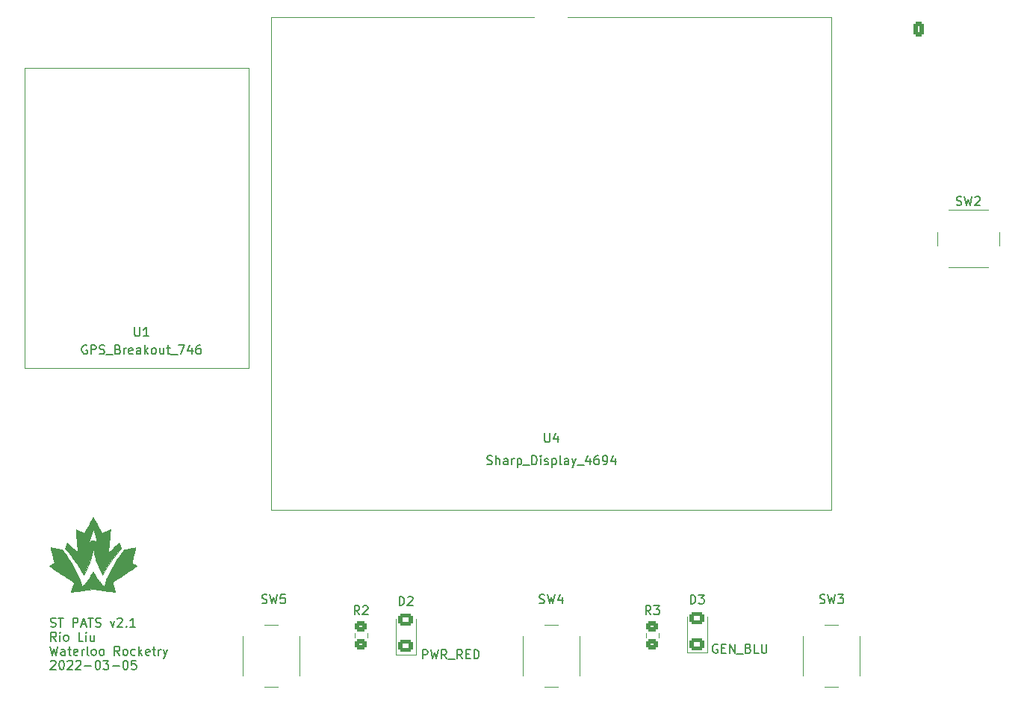
<source format=gto>
%TF.GenerationSoftware,KiCad,Pcbnew,6.0.1+dfsg-1*%
%TF.CreationDate,2022-03-07T03:58:00+00:00*%
%TF.ProjectId,st_pat,73745f70-6174-42e6-9b69-6361645f7063,rev?*%
%TF.SameCoordinates,Original*%
%TF.FileFunction,Legend,Top*%
%TF.FilePolarity,Positive*%
%FSLAX46Y46*%
G04 Gerber Fmt 4.6, Leading zero omitted, Abs format (unit mm)*
G04 Created by KiCad (PCBNEW 6.0.1+dfsg-1) date 2022-03-07 03:58:00*
%MOMM*%
%LPD*%
G01*
G04 APERTURE LIST*
G04 Aperture macros list*
%AMRoundRect*
0 Rectangle with rounded corners*
0 $1 Rounding radius*
0 $2 $3 $4 $5 $6 $7 $8 $9 X,Y pos of 4 corners*
0 Add a 4 corners polygon primitive as box body*
4,1,4,$2,$3,$4,$5,$6,$7,$8,$9,$2,$3,0*
0 Add four circle primitives for the rounded corners*
1,1,$1+$1,$2,$3*
1,1,$1+$1,$4,$5*
1,1,$1+$1,$6,$7*
1,1,$1+$1,$8,$9*
0 Add four rect primitives between the rounded corners*
20,1,$1+$1,$2,$3,$4,$5,0*
20,1,$1+$1,$4,$5,$6,$7,0*
20,1,$1+$1,$6,$7,$8,$9,0*
20,1,$1+$1,$8,$9,$2,$3,0*%
G04 Aperture macros list end*
%ADD10C,0.150000*%
%ADD11C,0.120000*%
%ADD12C,0.010000*%
%ADD13RoundRect,0.250000X0.450000X-0.350000X0.450000X0.350000X-0.450000X0.350000X-0.450000X-0.350000X0*%
%ADD14RoundRect,0.250001X0.624999X-0.462499X0.624999X0.462499X-0.624999X0.462499X-0.624999X-0.462499X0*%
%ADD15C,2.000000*%
%ADD16C,3.200000*%
%ADD17C,1.530000*%
%ADD18C,4.400000*%
%ADD19C,1.524000*%
%ADD20C,4.500000*%
%ADD21RoundRect,0.250000X0.350000X0.625000X-0.350000X0.625000X-0.350000X-0.625000X0.350000X-0.625000X0*%
%ADD22O,1.200000X1.750000*%
%ADD23R,1.530000X1.530000*%
G04 APERTURE END LIST*
D10*
X88982976Y-131279761D02*
X89125833Y-131327380D01*
X89363928Y-131327380D01*
X89459166Y-131279761D01*
X89506785Y-131232142D01*
X89554404Y-131136904D01*
X89554404Y-131041666D01*
X89506785Y-130946428D01*
X89459166Y-130898809D01*
X89363928Y-130851190D01*
X89173452Y-130803571D01*
X89078214Y-130755952D01*
X89030595Y-130708333D01*
X88982976Y-130613095D01*
X88982976Y-130517857D01*
X89030595Y-130422619D01*
X89078214Y-130375000D01*
X89173452Y-130327380D01*
X89411547Y-130327380D01*
X89554404Y-130375000D01*
X89840119Y-130327380D02*
X90411547Y-130327380D01*
X90125833Y-131327380D02*
X90125833Y-130327380D01*
X91506785Y-131327380D02*
X91506785Y-130327380D01*
X91887738Y-130327380D01*
X91982976Y-130375000D01*
X92030595Y-130422619D01*
X92078214Y-130517857D01*
X92078214Y-130660714D01*
X92030595Y-130755952D01*
X91982976Y-130803571D01*
X91887738Y-130851190D01*
X91506785Y-130851190D01*
X92459166Y-131041666D02*
X92935357Y-131041666D01*
X92363928Y-131327380D02*
X92697261Y-130327380D01*
X93030595Y-131327380D01*
X93221071Y-130327380D02*
X93792500Y-130327380D01*
X93506785Y-131327380D02*
X93506785Y-130327380D01*
X94078214Y-131279761D02*
X94221071Y-131327380D01*
X94459166Y-131327380D01*
X94554404Y-131279761D01*
X94602023Y-131232142D01*
X94649642Y-131136904D01*
X94649642Y-131041666D01*
X94602023Y-130946428D01*
X94554404Y-130898809D01*
X94459166Y-130851190D01*
X94268690Y-130803571D01*
X94173452Y-130755952D01*
X94125833Y-130708333D01*
X94078214Y-130613095D01*
X94078214Y-130517857D01*
X94125833Y-130422619D01*
X94173452Y-130375000D01*
X94268690Y-130327380D01*
X94506785Y-130327380D01*
X94649642Y-130375000D01*
X95744880Y-130660714D02*
X95982976Y-131327380D01*
X96221071Y-130660714D01*
X96554404Y-130422619D02*
X96602023Y-130375000D01*
X96697261Y-130327380D01*
X96935357Y-130327380D01*
X97030595Y-130375000D01*
X97078214Y-130422619D01*
X97125833Y-130517857D01*
X97125833Y-130613095D01*
X97078214Y-130755952D01*
X96506785Y-131327380D01*
X97125833Y-131327380D01*
X97554404Y-131232142D02*
X97602023Y-131279761D01*
X97554404Y-131327380D01*
X97506785Y-131279761D01*
X97554404Y-131232142D01*
X97554404Y-131327380D01*
X98554404Y-131327380D02*
X97982976Y-131327380D01*
X98268690Y-131327380D02*
X98268690Y-130327380D01*
X98173452Y-130470238D01*
X98078214Y-130565476D01*
X97982976Y-130613095D01*
X89602023Y-132937380D02*
X89268690Y-132461190D01*
X89030595Y-132937380D02*
X89030595Y-131937380D01*
X89411547Y-131937380D01*
X89506785Y-131985000D01*
X89554404Y-132032619D01*
X89602023Y-132127857D01*
X89602023Y-132270714D01*
X89554404Y-132365952D01*
X89506785Y-132413571D01*
X89411547Y-132461190D01*
X89030595Y-132461190D01*
X90030595Y-132937380D02*
X90030595Y-132270714D01*
X90030595Y-131937380D02*
X89982976Y-131985000D01*
X90030595Y-132032619D01*
X90078214Y-131985000D01*
X90030595Y-131937380D01*
X90030595Y-132032619D01*
X90649642Y-132937380D02*
X90554404Y-132889761D01*
X90506785Y-132842142D01*
X90459166Y-132746904D01*
X90459166Y-132461190D01*
X90506785Y-132365952D01*
X90554404Y-132318333D01*
X90649642Y-132270714D01*
X90792500Y-132270714D01*
X90887738Y-132318333D01*
X90935357Y-132365952D01*
X90982976Y-132461190D01*
X90982976Y-132746904D01*
X90935357Y-132842142D01*
X90887738Y-132889761D01*
X90792500Y-132937380D01*
X90649642Y-132937380D01*
X92649642Y-132937380D02*
X92173452Y-132937380D01*
X92173452Y-131937380D01*
X92982976Y-132937380D02*
X92982976Y-132270714D01*
X92982976Y-131937380D02*
X92935357Y-131985000D01*
X92982976Y-132032619D01*
X93030595Y-131985000D01*
X92982976Y-131937380D01*
X92982976Y-132032619D01*
X93887738Y-132270714D02*
X93887738Y-132937380D01*
X93459166Y-132270714D02*
X93459166Y-132794523D01*
X93506785Y-132889761D01*
X93602023Y-132937380D01*
X93744880Y-132937380D01*
X93840119Y-132889761D01*
X93887738Y-132842142D01*
X88935357Y-133547380D02*
X89173452Y-134547380D01*
X89363928Y-133833095D01*
X89554404Y-134547380D01*
X89792500Y-133547380D01*
X90602023Y-134547380D02*
X90602023Y-134023571D01*
X90554404Y-133928333D01*
X90459166Y-133880714D01*
X90268690Y-133880714D01*
X90173452Y-133928333D01*
X90602023Y-134499761D02*
X90506785Y-134547380D01*
X90268690Y-134547380D01*
X90173452Y-134499761D01*
X90125833Y-134404523D01*
X90125833Y-134309285D01*
X90173452Y-134214047D01*
X90268690Y-134166428D01*
X90506785Y-134166428D01*
X90602023Y-134118809D01*
X90935357Y-133880714D02*
X91316309Y-133880714D01*
X91078214Y-133547380D02*
X91078214Y-134404523D01*
X91125833Y-134499761D01*
X91221071Y-134547380D01*
X91316309Y-134547380D01*
X92030595Y-134499761D02*
X91935357Y-134547380D01*
X91744880Y-134547380D01*
X91649642Y-134499761D01*
X91602023Y-134404523D01*
X91602023Y-134023571D01*
X91649642Y-133928333D01*
X91744880Y-133880714D01*
X91935357Y-133880714D01*
X92030595Y-133928333D01*
X92078214Y-134023571D01*
X92078214Y-134118809D01*
X91602023Y-134214047D01*
X92506785Y-134547380D02*
X92506785Y-133880714D01*
X92506785Y-134071190D02*
X92554404Y-133975952D01*
X92602023Y-133928333D01*
X92697261Y-133880714D01*
X92792500Y-133880714D01*
X93268690Y-134547380D02*
X93173452Y-134499761D01*
X93125833Y-134404523D01*
X93125833Y-133547380D01*
X93792500Y-134547380D02*
X93697261Y-134499761D01*
X93649642Y-134452142D01*
X93602023Y-134356904D01*
X93602023Y-134071190D01*
X93649642Y-133975952D01*
X93697261Y-133928333D01*
X93792500Y-133880714D01*
X93935357Y-133880714D01*
X94030595Y-133928333D01*
X94078214Y-133975952D01*
X94125833Y-134071190D01*
X94125833Y-134356904D01*
X94078214Y-134452142D01*
X94030595Y-134499761D01*
X93935357Y-134547380D01*
X93792500Y-134547380D01*
X94697261Y-134547380D02*
X94602023Y-134499761D01*
X94554404Y-134452142D01*
X94506785Y-134356904D01*
X94506785Y-134071190D01*
X94554404Y-133975952D01*
X94602023Y-133928333D01*
X94697261Y-133880714D01*
X94840119Y-133880714D01*
X94935357Y-133928333D01*
X94982976Y-133975952D01*
X95030595Y-134071190D01*
X95030595Y-134356904D01*
X94982976Y-134452142D01*
X94935357Y-134499761D01*
X94840119Y-134547380D01*
X94697261Y-134547380D01*
X96792500Y-134547380D02*
X96459166Y-134071190D01*
X96221071Y-134547380D02*
X96221071Y-133547380D01*
X96602023Y-133547380D01*
X96697261Y-133595000D01*
X96744880Y-133642619D01*
X96792500Y-133737857D01*
X96792500Y-133880714D01*
X96744880Y-133975952D01*
X96697261Y-134023571D01*
X96602023Y-134071190D01*
X96221071Y-134071190D01*
X97363928Y-134547380D02*
X97268690Y-134499761D01*
X97221071Y-134452142D01*
X97173452Y-134356904D01*
X97173452Y-134071190D01*
X97221071Y-133975952D01*
X97268690Y-133928333D01*
X97363928Y-133880714D01*
X97506785Y-133880714D01*
X97602023Y-133928333D01*
X97649642Y-133975952D01*
X97697261Y-134071190D01*
X97697261Y-134356904D01*
X97649642Y-134452142D01*
X97602023Y-134499761D01*
X97506785Y-134547380D01*
X97363928Y-134547380D01*
X98554404Y-134499761D02*
X98459166Y-134547380D01*
X98268690Y-134547380D01*
X98173452Y-134499761D01*
X98125833Y-134452142D01*
X98078214Y-134356904D01*
X98078214Y-134071190D01*
X98125833Y-133975952D01*
X98173452Y-133928333D01*
X98268690Y-133880714D01*
X98459166Y-133880714D01*
X98554404Y-133928333D01*
X98982976Y-134547380D02*
X98982976Y-133547380D01*
X99078214Y-134166428D02*
X99363928Y-134547380D01*
X99363928Y-133880714D02*
X98982976Y-134261666D01*
X100173452Y-134499761D02*
X100078214Y-134547380D01*
X99887738Y-134547380D01*
X99792500Y-134499761D01*
X99744880Y-134404523D01*
X99744880Y-134023571D01*
X99792500Y-133928333D01*
X99887738Y-133880714D01*
X100078214Y-133880714D01*
X100173452Y-133928333D01*
X100221071Y-134023571D01*
X100221071Y-134118809D01*
X99744880Y-134214047D01*
X100506785Y-133880714D02*
X100887738Y-133880714D01*
X100649642Y-133547380D02*
X100649642Y-134404523D01*
X100697261Y-134499761D01*
X100792500Y-134547380D01*
X100887738Y-134547380D01*
X101221071Y-134547380D02*
X101221071Y-133880714D01*
X101221071Y-134071190D02*
X101268690Y-133975952D01*
X101316309Y-133928333D01*
X101411547Y-133880714D01*
X101506785Y-133880714D01*
X101744880Y-133880714D02*
X101982976Y-134547380D01*
X102221071Y-133880714D02*
X101982976Y-134547380D01*
X101887738Y-134785476D01*
X101840119Y-134833095D01*
X101744880Y-134880714D01*
X88982976Y-135252619D02*
X89030595Y-135205000D01*
X89125833Y-135157380D01*
X89363928Y-135157380D01*
X89459166Y-135205000D01*
X89506785Y-135252619D01*
X89554404Y-135347857D01*
X89554404Y-135443095D01*
X89506785Y-135585952D01*
X88935357Y-136157380D01*
X89554404Y-136157380D01*
X90173452Y-135157380D02*
X90268690Y-135157380D01*
X90363928Y-135205000D01*
X90411547Y-135252619D01*
X90459166Y-135347857D01*
X90506785Y-135538333D01*
X90506785Y-135776428D01*
X90459166Y-135966904D01*
X90411547Y-136062142D01*
X90363928Y-136109761D01*
X90268690Y-136157380D01*
X90173452Y-136157380D01*
X90078214Y-136109761D01*
X90030595Y-136062142D01*
X89982976Y-135966904D01*
X89935357Y-135776428D01*
X89935357Y-135538333D01*
X89982976Y-135347857D01*
X90030595Y-135252619D01*
X90078214Y-135205000D01*
X90173452Y-135157380D01*
X90887738Y-135252619D02*
X90935357Y-135205000D01*
X91030595Y-135157380D01*
X91268690Y-135157380D01*
X91363928Y-135205000D01*
X91411547Y-135252619D01*
X91459166Y-135347857D01*
X91459166Y-135443095D01*
X91411547Y-135585952D01*
X90840119Y-136157380D01*
X91459166Y-136157380D01*
X91840119Y-135252619D02*
X91887738Y-135205000D01*
X91982976Y-135157380D01*
X92221071Y-135157380D01*
X92316309Y-135205000D01*
X92363928Y-135252619D01*
X92411547Y-135347857D01*
X92411547Y-135443095D01*
X92363928Y-135585952D01*
X91792500Y-136157380D01*
X92411547Y-136157380D01*
X92840119Y-135776428D02*
X93602023Y-135776428D01*
X94268690Y-135157380D02*
X94363928Y-135157380D01*
X94459166Y-135205000D01*
X94506785Y-135252619D01*
X94554404Y-135347857D01*
X94602023Y-135538333D01*
X94602023Y-135776428D01*
X94554404Y-135966904D01*
X94506785Y-136062142D01*
X94459166Y-136109761D01*
X94363928Y-136157380D01*
X94268690Y-136157380D01*
X94173452Y-136109761D01*
X94125833Y-136062142D01*
X94078214Y-135966904D01*
X94030595Y-135776428D01*
X94030595Y-135538333D01*
X94078214Y-135347857D01*
X94125833Y-135252619D01*
X94173452Y-135205000D01*
X94268690Y-135157380D01*
X94935357Y-135157380D02*
X95554404Y-135157380D01*
X95221071Y-135538333D01*
X95363928Y-135538333D01*
X95459166Y-135585952D01*
X95506785Y-135633571D01*
X95554404Y-135728809D01*
X95554404Y-135966904D01*
X95506785Y-136062142D01*
X95459166Y-136109761D01*
X95363928Y-136157380D01*
X95078214Y-136157380D01*
X94982976Y-136109761D01*
X94935357Y-136062142D01*
X95982976Y-135776428D02*
X96744880Y-135776428D01*
X97411547Y-135157380D02*
X97506785Y-135157380D01*
X97602023Y-135205000D01*
X97649642Y-135252619D01*
X97697261Y-135347857D01*
X97744880Y-135538333D01*
X97744880Y-135776428D01*
X97697261Y-135966904D01*
X97649642Y-136062142D01*
X97602023Y-136109761D01*
X97506785Y-136157380D01*
X97411547Y-136157380D01*
X97316309Y-136109761D01*
X97268690Y-136062142D01*
X97221071Y-135966904D01*
X97173452Y-135776428D01*
X97173452Y-135538333D01*
X97221071Y-135347857D01*
X97268690Y-135252619D01*
X97316309Y-135205000D01*
X97411547Y-135157380D01*
X98649642Y-135157380D02*
X98173452Y-135157380D01*
X98125833Y-135633571D01*
X98173452Y-135585952D01*
X98268690Y-135538333D01*
X98506785Y-135538333D01*
X98602023Y-135585952D01*
X98649642Y-135633571D01*
X98697261Y-135728809D01*
X98697261Y-135966904D01*
X98649642Y-136062142D01*
X98602023Y-136109761D01*
X98506785Y-136157380D01*
X98268690Y-136157380D01*
X98173452Y-136109761D01*
X98125833Y-136062142D01*
X123993333Y-129932380D02*
X123660000Y-129456190D01*
X123421904Y-129932380D02*
X123421904Y-128932380D01*
X123802857Y-128932380D01*
X123898095Y-128980000D01*
X123945714Y-129027619D01*
X123993333Y-129122857D01*
X123993333Y-129265714D01*
X123945714Y-129360952D01*
X123898095Y-129408571D01*
X123802857Y-129456190D01*
X123421904Y-129456190D01*
X124374285Y-129027619D02*
X124421904Y-128980000D01*
X124517142Y-128932380D01*
X124755238Y-128932380D01*
X124850476Y-128980000D01*
X124898095Y-129027619D01*
X124945714Y-129122857D01*
X124945714Y-129218095D01*
X124898095Y-129360952D01*
X124326666Y-129932380D01*
X124945714Y-129932380D01*
X128501904Y-128879880D02*
X128501904Y-127879880D01*
X128740000Y-127879880D01*
X128882857Y-127927500D01*
X128978095Y-128022738D01*
X129025714Y-128117976D01*
X129073333Y-128308452D01*
X129073333Y-128451309D01*
X129025714Y-128641785D01*
X128978095Y-128737023D01*
X128882857Y-128832261D01*
X128740000Y-128879880D01*
X128501904Y-128879880D01*
X129454285Y-127975119D02*
X129501904Y-127927500D01*
X129597142Y-127879880D01*
X129835238Y-127879880D01*
X129930476Y-127927500D01*
X129978095Y-127975119D01*
X130025714Y-128070357D01*
X130025714Y-128165595D01*
X129978095Y-128308452D01*
X129406666Y-128879880D01*
X130025714Y-128879880D01*
X131153333Y-134932380D02*
X131153333Y-133932380D01*
X131534285Y-133932380D01*
X131629523Y-133980000D01*
X131677142Y-134027619D01*
X131724761Y-134122857D01*
X131724761Y-134265714D01*
X131677142Y-134360952D01*
X131629523Y-134408571D01*
X131534285Y-134456190D01*
X131153333Y-134456190D01*
X132058095Y-133932380D02*
X132296190Y-134932380D01*
X132486666Y-134218095D01*
X132677142Y-134932380D01*
X132915238Y-133932380D01*
X133867619Y-134932380D02*
X133534285Y-134456190D01*
X133296190Y-134932380D02*
X133296190Y-133932380D01*
X133677142Y-133932380D01*
X133772380Y-133980000D01*
X133820000Y-134027619D01*
X133867619Y-134122857D01*
X133867619Y-134265714D01*
X133820000Y-134360952D01*
X133772380Y-134408571D01*
X133677142Y-134456190D01*
X133296190Y-134456190D01*
X134058095Y-135027619D02*
X134820000Y-135027619D01*
X135629523Y-134932380D02*
X135296190Y-134456190D01*
X135058095Y-134932380D02*
X135058095Y-133932380D01*
X135439047Y-133932380D01*
X135534285Y-133980000D01*
X135581904Y-134027619D01*
X135629523Y-134122857D01*
X135629523Y-134265714D01*
X135581904Y-134360952D01*
X135534285Y-134408571D01*
X135439047Y-134456190D01*
X135058095Y-134456190D01*
X136058095Y-134408571D02*
X136391428Y-134408571D01*
X136534285Y-134932380D02*
X136058095Y-134932380D01*
X136058095Y-133932380D01*
X136534285Y-133932380D01*
X136962857Y-134932380D02*
X136962857Y-133932380D01*
X137200952Y-133932380D01*
X137343809Y-133980000D01*
X137439047Y-134075238D01*
X137486666Y-134170476D01*
X137534285Y-134360952D01*
X137534285Y-134503809D01*
X137486666Y-134694285D01*
X137439047Y-134789523D01*
X137343809Y-134884761D01*
X137200952Y-134932380D01*
X136962857Y-134932380D01*
X144380666Y-128614761D02*
X144523523Y-128662380D01*
X144761619Y-128662380D01*
X144856857Y-128614761D01*
X144904476Y-128567142D01*
X144952095Y-128471904D01*
X144952095Y-128376666D01*
X144904476Y-128281428D01*
X144856857Y-128233809D01*
X144761619Y-128186190D01*
X144571142Y-128138571D01*
X144475904Y-128090952D01*
X144428285Y-128043333D01*
X144380666Y-127948095D01*
X144380666Y-127852857D01*
X144428285Y-127757619D01*
X144475904Y-127710000D01*
X144571142Y-127662380D01*
X144809238Y-127662380D01*
X144952095Y-127710000D01*
X145285428Y-127662380D02*
X145523523Y-128662380D01*
X145714000Y-127948095D01*
X145904476Y-128662380D01*
X146142571Y-127662380D01*
X146952095Y-127995714D02*
X146952095Y-128662380D01*
X146714000Y-127614761D02*
X146475904Y-128329047D01*
X147094952Y-128329047D01*
X161521904Y-128698880D02*
X161521904Y-127698880D01*
X161760000Y-127698880D01*
X161902857Y-127746500D01*
X161998095Y-127841738D01*
X162045714Y-127936976D01*
X162093333Y-128127452D01*
X162093333Y-128270309D01*
X162045714Y-128460785D01*
X161998095Y-128556023D01*
X161902857Y-128651261D01*
X161760000Y-128698880D01*
X161521904Y-128698880D01*
X162426666Y-127698880D02*
X163045714Y-127698880D01*
X162712380Y-128079833D01*
X162855238Y-128079833D01*
X162950476Y-128127452D01*
X162998095Y-128175071D01*
X163045714Y-128270309D01*
X163045714Y-128508404D01*
X162998095Y-128603642D01*
X162950476Y-128651261D01*
X162855238Y-128698880D01*
X162569523Y-128698880D01*
X162474285Y-128651261D01*
X162426666Y-128603642D01*
X164562190Y-133334500D02*
X164466952Y-133286880D01*
X164324095Y-133286880D01*
X164181238Y-133334500D01*
X164086000Y-133429738D01*
X164038380Y-133524976D01*
X163990761Y-133715452D01*
X163990761Y-133858309D01*
X164038380Y-134048785D01*
X164086000Y-134144023D01*
X164181238Y-134239261D01*
X164324095Y-134286880D01*
X164419333Y-134286880D01*
X164562190Y-134239261D01*
X164609809Y-134191642D01*
X164609809Y-133858309D01*
X164419333Y-133858309D01*
X165038380Y-133763071D02*
X165371714Y-133763071D01*
X165514571Y-134286880D02*
X165038380Y-134286880D01*
X165038380Y-133286880D01*
X165514571Y-133286880D01*
X165943142Y-134286880D02*
X165943142Y-133286880D01*
X166514571Y-134286880D01*
X166514571Y-133286880D01*
X166752666Y-134382119D02*
X167514571Y-134382119D01*
X168086000Y-133763071D02*
X168228857Y-133810690D01*
X168276476Y-133858309D01*
X168324095Y-133953547D01*
X168324095Y-134096404D01*
X168276476Y-134191642D01*
X168228857Y-134239261D01*
X168133619Y-134286880D01*
X167752666Y-134286880D01*
X167752666Y-133286880D01*
X168086000Y-133286880D01*
X168181238Y-133334500D01*
X168228857Y-133382119D01*
X168276476Y-133477357D01*
X168276476Y-133572595D01*
X168228857Y-133667833D01*
X168181238Y-133715452D01*
X168086000Y-133763071D01*
X167752666Y-133763071D01*
X169228857Y-134286880D02*
X168752666Y-134286880D01*
X168752666Y-133286880D01*
X169562190Y-133286880D02*
X169562190Y-134096404D01*
X169609809Y-134191642D01*
X169657428Y-134239261D01*
X169752666Y-134286880D01*
X169943142Y-134286880D01*
X170038380Y-134239261D01*
X170086000Y-134191642D01*
X170133619Y-134096404D01*
X170133619Y-133286880D01*
X112920666Y-128614761D02*
X113063523Y-128662380D01*
X113301619Y-128662380D01*
X113396857Y-128614761D01*
X113444476Y-128567142D01*
X113492095Y-128471904D01*
X113492095Y-128376666D01*
X113444476Y-128281428D01*
X113396857Y-128233809D01*
X113301619Y-128186190D01*
X113111142Y-128138571D01*
X113015904Y-128090952D01*
X112968285Y-128043333D01*
X112920666Y-127948095D01*
X112920666Y-127852857D01*
X112968285Y-127757619D01*
X113015904Y-127710000D01*
X113111142Y-127662380D01*
X113349238Y-127662380D01*
X113492095Y-127710000D01*
X113825428Y-127662380D02*
X114063523Y-128662380D01*
X114254000Y-127948095D01*
X114444476Y-128662380D01*
X114682571Y-127662380D01*
X115539714Y-127662380D02*
X115063523Y-127662380D01*
X115015904Y-128138571D01*
X115063523Y-128090952D01*
X115158761Y-128043333D01*
X115396857Y-128043333D01*
X115492095Y-128090952D01*
X115539714Y-128138571D01*
X115587333Y-128233809D01*
X115587333Y-128471904D01*
X115539714Y-128567142D01*
X115492095Y-128614761D01*
X115396857Y-128662380D01*
X115158761Y-128662380D01*
X115063523Y-128614761D01*
X115015904Y-128567142D01*
X157013333Y-129932380D02*
X156680000Y-129456190D01*
X156441904Y-129932380D02*
X156441904Y-128932380D01*
X156822857Y-128932380D01*
X156918095Y-128980000D01*
X156965714Y-129027619D01*
X157013333Y-129122857D01*
X157013333Y-129265714D01*
X156965714Y-129360952D01*
X156918095Y-129408571D01*
X156822857Y-129456190D01*
X156441904Y-129456190D01*
X157346666Y-128932380D02*
X157965714Y-128932380D01*
X157632380Y-129313333D01*
X157775238Y-129313333D01*
X157870476Y-129360952D01*
X157918095Y-129408571D01*
X157965714Y-129503809D01*
X157965714Y-129741904D01*
X157918095Y-129837142D01*
X157870476Y-129884761D01*
X157775238Y-129932380D01*
X157489523Y-129932380D01*
X157394285Y-129884761D01*
X157346666Y-129837142D01*
X144988095Y-109374380D02*
X144988095Y-110183904D01*
X145035714Y-110279142D01*
X145083333Y-110326761D01*
X145178571Y-110374380D01*
X145369047Y-110374380D01*
X145464285Y-110326761D01*
X145511904Y-110279142D01*
X145559523Y-110183904D01*
X145559523Y-109374380D01*
X146464285Y-109707714D02*
X146464285Y-110374380D01*
X146226190Y-109326761D02*
X145988095Y-110041047D01*
X146607142Y-110041047D01*
X138440476Y-112866761D02*
X138583333Y-112914380D01*
X138821428Y-112914380D01*
X138916666Y-112866761D01*
X138964285Y-112819142D01*
X139011904Y-112723904D01*
X139011904Y-112628666D01*
X138964285Y-112533428D01*
X138916666Y-112485809D01*
X138821428Y-112438190D01*
X138630952Y-112390571D01*
X138535714Y-112342952D01*
X138488095Y-112295333D01*
X138440476Y-112200095D01*
X138440476Y-112104857D01*
X138488095Y-112009619D01*
X138535714Y-111962000D01*
X138630952Y-111914380D01*
X138869047Y-111914380D01*
X139011904Y-111962000D01*
X139440476Y-112914380D02*
X139440476Y-111914380D01*
X139869047Y-112914380D02*
X139869047Y-112390571D01*
X139821428Y-112295333D01*
X139726190Y-112247714D01*
X139583333Y-112247714D01*
X139488095Y-112295333D01*
X139440476Y-112342952D01*
X140773809Y-112914380D02*
X140773809Y-112390571D01*
X140726190Y-112295333D01*
X140630952Y-112247714D01*
X140440476Y-112247714D01*
X140345238Y-112295333D01*
X140773809Y-112866761D02*
X140678571Y-112914380D01*
X140440476Y-112914380D01*
X140345238Y-112866761D01*
X140297619Y-112771523D01*
X140297619Y-112676285D01*
X140345238Y-112581047D01*
X140440476Y-112533428D01*
X140678571Y-112533428D01*
X140773809Y-112485809D01*
X141250000Y-112914380D02*
X141250000Y-112247714D01*
X141250000Y-112438190D02*
X141297619Y-112342952D01*
X141345238Y-112295333D01*
X141440476Y-112247714D01*
X141535714Y-112247714D01*
X141869047Y-112247714D02*
X141869047Y-113247714D01*
X141869047Y-112295333D02*
X141964285Y-112247714D01*
X142154761Y-112247714D01*
X142250000Y-112295333D01*
X142297619Y-112342952D01*
X142345238Y-112438190D01*
X142345238Y-112723904D01*
X142297619Y-112819142D01*
X142250000Y-112866761D01*
X142154761Y-112914380D01*
X141964285Y-112914380D01*
X141869047Y-112866761D01*
X142535714Y-113009619D02*
X143297619Y-113009619D01*
X143535714Y-112914380D02*
X143535714Y-111914380D01*
X143773809Y-111914380D01*
X143916666Y-111962000D01*
X144011904Y-112057238D01*
X144059523Y-112152476D01*
X144107142Y-112342952D01*
X144107142Y-112485809D01*
X144059523Y-112676285D01*
X144011904Y-112771523D01*
X143916666Y-112866761D01*
X143773809Y-112914380D01*
X143535714Y-112914380D01*
X144535714Y-112914380D02*
X144535714Y-112247714D01*
X144535714Y-111914380D02*
X144488095Y-111962000D01*
X144535714Y-112009619D01*
X144583333Y-111962000D01*
X144535714Y-111914380D01*
X144535714Y-112009619D01*
X144964285Y-112866761D02*
X145059523Y-112914380D01*
X145250000Y-112914380D01*
X145345238Y-112866761D01*
X145392857Y-112771523D01*
X145392857Y-112723904D01*
X145345238Y-112628666D01*
X145250000Y-112581047D01*
X145107142Y-112581047D01*
X145011904Y-112533428D01*
X144964285Y-112438190D01*
X144964285Y-112390571D01*
X145011904Y-112295333D01*
X145107142Y-112247714D01*
X145250000Y-112247714D01*
X145345238Y-112295333D01*
X145821428Y-112247714D02*
X145821428Y-113247714D01*
X145821428Y-112295333D02*
X145916666Y-112247714D01*
X146107142Y-112247714D01*
X146202380Y-112295333D01*
X146250000Y-112342952D01*
X146297619Y-112438190D01*
X146297619Y-112723904D01*
X146250000Y-112819142D01*
X146202380Y-112866761D01*
X146107142Y-112914380D01*
X145916666Y-112914380D01*
X145821428Y-112866761D01*
X146869047Y-112914380D02*
X146773809Y-112866761D01*
X146726190Y-112771523D01*
X146726190Y-111914380D01*
X147678571Y-112914380D02*
X147678571Y-112390571D01*
X147630952Y-112295333D01*
X147535714Y-112247714D01*
X147345238Y-112247714D01*
X147250000Y-112295333D01*
X147678571Y-112866761D02*
X147583333Y-112914380D01*
X147345238Y-112914380D01*
X147250000Y-112866761D01*
X147202380Y-112771523D01*
X147202380Y-112676285D01*
X147250000Y-112581047D01*
X147345238Y-112533428D01*
X147583333Y-112533428D01*
X147678571Y-112485809D01*
X148059523Y-112247714D02*
X148297619Y-112914380D01*
X148535714Y-112247714D02*
X148297619Y-112914380D01*
X148202380Y-113152476D01*
X148154761Y-113200095D01*
X148059523Y-113247714D01*
X148678571Y-113009619D02*
X149440476Y-113009619D01*
X150107142Y-112247714D02*
X150107142Y-112914380D01*
X149869047Y-111866761D02*
X149630952Y-112581047D01*
X150250000Y-112581047D01*
X151059523Y-111914380D02*
X150869047Y-111914380D01*
X150773809Y-111962000D01*
X150726190Y-112009619D01*
X150630952Y-112152476D01*
X150583333Y-112342952D01*
X150583333Y-112723904D01*
X150630952Y-112819142D01*
X150678571Y-112866761D01*
X150773809Y-112914380D01*
X150964285Y-112914380D01*
X151059523Y-112866761D01*
X151107142Y-112819142D01*
X151154761Y-112723904D01*
X151154761Y-112485809D01*
X151107142Y-112390571D01*
X151059523Y-112342952D01*
X150964285Y-112295333D01*
X150773809Y-112295333D01*
X150678571Y-112342952D01*
X150630952Y-112390571D01*
X150583333Y-112485809D01*
X151630952Y-112914380D02*
X151821428Y-112914380D01*
X151916666Y-112866761D01*
X151964285Y-112819142D01*
X152059523Y-112676285D01*
X152107142Y-112485809D01*
X152107142Y-112104857D01*
X152059523Y-112009619D01*
X152011904Y-111962000D01*
X151916666Y-111914380D01*
X151726190Y-111914380D01*
X151630952Y-111962000D01*
X151583333Y-112009619D01*
X151535714Y-112104857D01*
X151535714Y-112342952D01*
X151583333Y-112438190D01*
X151630952Y-112485809D01*
X151726190Y-112533428D01*
X151916666Y-112533428D01*
X152011904Y-112485809D01*
X152059523Y-112438190D01*
X152107142Y-112342952D01*
X152964285Y-112247714D02*
X152964285Y-112914380D01*
X152726190Y-111866761D02*
X152488095Y-112581047D01*
X153107142Y-112581047D01*
X191660666Y-83470761D02*
X191803523Y-83518380D01*
X192041619Y-83518380D01*
X192136857Y-83470761D01*
X192184476Y-83423142D01*
X192232095Y-83327904D01*
X192232095Y-83232666D01*
X192184476Y-83137428D01*
X192136857Y-83089809D01*
X192041619Y-83042190D01*
X191851142Y-82994571D01*
X191755904Y-82946952D01*
X191708285Y-82899333D01*
X191660666Y-82804095D01*
X191660666Y-82708857D01*
X191708285Y-82613619D01*
X191755904Y-82566000D01*
X191851142Y-82518380D01*
X192089238Y-82518380D01*
X192232095Y-82566000D01*
X192565428Y-82518380D02*
X192803523Y-83518380D01*
X192994000Y-82804095D01*
X193184476Y-83518380D01*
X193422571Y-82518380D01*
X193755904Y-82613619D02*
X193803523Y-82566000D01*
X193898761Y-82518380D01*
X194136857Y-82518380D01*
X194232095Y-82566000D01*
X194279714Y-82613619D01*
X194327333Y-82708857D01*
X194327333Y-82804095D01*
X194279714Y-82946952D01*
X193708285Y-83518380D01*
X194327333Y-83518380D01*
X98506095Y-97341380D02*
X98506095Y-98150904D01*
X98553714Y-98246142D01*
X98601333Y-98293761D01*
X98696571Y-98341380D01*
X98887047Y-98341380D01*
X98982285Y-98293761D01*
X99029904Y-98246142D01*
X99077523Y-98150904D01*
X99077523Y-97341380D01*
X100077523Y-98341380D02*
X99506095Y-98341380D01*
X99791809Y-98341380D02*
X99791809Y-97341380D01*
X99696571Y-97484238D01*
X99601333Y-97579476D01*
X99506095Y-97627095D01*
X93077523Y-99421000D02*
X92982285Y-99373380D01*
X92839428Y-99373380D01*
X92696571Y-99421000D01*
X92601333Y-99516238D01*
X92553714Y-99611476D01*
X92506095Y-99801952D01*
X92506095Y-99944809D01*
X92553714Y-100135285D01*
X92601333Y-100230523D01*
X92696571Y-100325761D01*
X92839428Y-100373380D01*
X92934666Y-100373380D01*
X93077523Y-100325761D01*
X93125142Y-100278142D01*
X93125142Y-99944809D01*
X92934666Y-99944809D01*
X93553714Y-100373380D02*
X93553714Y-99373380D01*
X93934666Y-99373380D01*
X94029904Y-99421000D01*
X94077523Y-99468619D01*
X94125142Y-99563857D01*
X94125142Y-99706714D01*
X94077523Y-99801952D01*
X94029904Y-99849571D01*
X93934666Y-99897190D01*
X93553714Y-99897190D01*
X94506095Y-100325761D02*
X94648952Y-100373380D01*
X94887047Y-100373380D01*
X94982285Y-100325761D01*
X95029904Y-100278142D01*
X95077523Y-100182904D01*
X95077523Y-100087666D01*
X95029904Y-99992428D01*
X94982285Y-99944809D01*
X94887047Y-99897190D01*
X94696571Y-99849571D01*
X94601333Y-99801952D01*
X94553714Y-99754333D01*
X94506095Y-99659095D01*
X94506095Y-99563857D01*
X94553714Y-99468619D01*
X94601333Y-99421000D01*
X94696571Y-99373380D01*
X94934666Y-99373380D01*
X95077523Y-99421000D01*
X95268000Y-100468619D02*
X96029904Y-100468619D01*
X96601333Y-99849571D02*
X96744190Y-99897190D01*
X96791809Y-99944809D01*
X96839428Y-100040047D01*
X96839428Y-100182904D01*
X96791809Y-100278142D01*
X96744190Y-100325761D01*
X96648952Y-100373380D01*
X96268000Y-100373380D01*
X96268000Y-99373380D01*
X96601333Y-99373380D01*
X96696571Y-99421000D01*
X96744190Y-99468619D01*
X96791809Y-99563857D01*
X96791809Y-99659095D01*
X96744190Y-99754333D01*
X96696571Y-99801952D01*
X96601333Y-99849571D01*
X96268000Y-99849571D01*
X97268000Y-100373380D02*
X97268000Y-99706714D01*
X97268000Y-99897190D02*
X97315619Y-99801952D01*
X97363238Y-99754333D01*
X97458476Y-99706714D01*
X97553714Y-99706714D01*
X98268000Y-100325761D02*
X98172761Y-100373380D01*
X97982285Y-100373380D01*
X97887047Y-100325761D01*
X97839428Y-100230523D01*
X97839428Y-99849571D01*
X97887047Y-99754333D01*
X97982285Y-99706714D01*
X98172761Y-99706714D01*
X98268000Y-99754333D01*
X98315619Y-99849571D01*
X98315619Y-99944809D01*
X97839428Y-100040047D01*
X99172761Y-100373380D02*
X99172761Y-99849571D01*
X99125142Y-99754333D01*
X99029904Y-99706714D01*
X98839428Y-99706714D01*
X98744190Y-99754333D01*
X99172761Y-100325761D02*
X99077523Y-100373380D01*
X98839428Y-100373380D01*
X98744190Y-100325761D01*
X98696571Y-100230523D01*
X98696571Y-100135285D01*
X98744190Y-100040047D01*
X98839428Y-99992428D01*
X99077523Y-99992428D01*
X99172761Y-99944809D01*
X99648952Y-100373380D02*
X99648952Y-99373380D01*
X99744190Y-99992428D02*
X100029904Y-100373380D01*
X100029904Y-99706714D02*
X99648952Y-100087666D01*
X100601333Y-100373380D02*
X100506095Y-100325761D01*
X100458476Y-100278142D01*
X100410857Y-100182904D01*
X100410857Y-99897190D01*
X100458476Y-99801952D01*
X100506095Y-99754333D01*
X100601333Y-99706714D01*
X100744190Y-99706714D01*
X100839428Y-99754333D01*
X100887047Y-99801952D01*
X100934666Y-99897190D01*
X100934666Y-100182904D01*
X100887047Y-100278142D01*
X100839428Y-100325761D01*
X100744190Y-100373380D01*
X100601333Y-100373380D01*
X101791809Y-99706714D02*
X101791809Y-100373380D01*
X101363238Y-99706714D02*
X101363238Y-100230523D01*
X101410857Y-100325761D01*
X101506095Y-100373380D01*
X101648952Y-100373380D01*
X101744190Y-100325761D01*
X101791809Y-100278142D01*
X102125142Y-99706714D02*
X102506095Y-99706714D01*
X102268000Y-99373380D02*
X102268000Y-100230523D01*
X102315619Y-100325761D01*
X102410857Y-100373380D01*
X102506095Y-100373380D01*
X102601333Y-100468619D02*
X103363238Y-100468619D01*
X103506095Y-99373380D02*
X104172761Y-99373380D01*
X103744190Y-100373380D01*
X104982285Y-99706714D02*
X104982285Y-100373380D01*
X104744190Y-99325761D02*
X104506095Y-100040047D01*
X105125142Y-100040047D01*
X105934666Y-99373380D02*
X105744190Y-99373380D01*
X105648952Y-99421000D01*
X105601333Y-99468619D01*
X105506095Y-99611476D01*
X105458476Y-99801952D01*
X105458476Y-100182904D01*
X105506095Y-100278142D01*
X105553714Y-100325761D01*
X105648952Y-100373380D01*
X105839428Y-100373380D01*
X105934666Y-100325761D01*
X105982285Y-100278142D01*
X106029904Y-100182904D01*
X106029904Y-99944809D01*
X105982285Y-99849571D01*
X105934666Y-99801952D01*
X105839428Y-99754333D01*
X105648952Y-99754333D01*
X105553714Y-99801952D01*
X105506095Y-99849571D01*
X105458476Y-99944809D01*
X176166666Y-128614761D02*
X176309523Y-128662380D01*
X176547619Y-128662380D01*
X176642857Y-128614761D01*
X176690476Y-128567142D01*
X176738095Y-128471904D01*
X176738095Y-128376666D01*
X176690476Y-128281428D01*
X176642857Y-128233809D01*
X176547619Y-128186190D01*
X176357142Y-128138571D01*
X176261904Y-128090952D01*
X176214285Y-128043333D01*
X176166666Y-127948095D01*
X176166666Y-127852857D01*
X176214285Y-127757619D01*
X176261904Y-127710000D01*
X176357142Y-127662380D01*
X176595238Y-127662380D01*
X176738095Y-127710000D01*
X177071428Y-127662380D02*
X177309523Y-128662380D01*
X177500000Y-127948095D01*
X177690476Y-128662380D01*
X177928571Y-127662380D01*
X178214285Y-127662380D02*
X178833333Y-127662380D01*
X178500000Y-128043333D01*
X178642857Y-128043333D01*
X178738095Y-128090952D01*
X178785714Y-128138571D01*
X178833333Y-128233809D01*
X178833333Y-128471904D01*
X178785714Y-128567142D01*
X178738095Y-128614761D01*
X178642857Y-128662380D01*
X178357142Y-128662380D01*
X178261904Y-128614761D01*
X178214285Y-128567142D01*
D11*
X124895000Y-132517064D02*
X124895000Y-132062936D01*
X123425000Y-132517064D02*
X123425000Y-132062936D01*
X128105000Y-134480000D02*
X130375000Y-134480000D01*
X130375000Y-134480000D02*
X130375000Y-130420000D01*
X128105000Y-130420000D02*
X128105000Y-134480000D01*
X142464000Y-132362000D02*
X142464000Y-136862000D01*
X144964000Y-138112000D02*
X146464000Y-138112000D01*
X146464000Y-131112000D02*
X144964000Y-131112000D01*
X148964000Y-136862000D02*
X148964000Y-132362000D01*
X163395000Y-134262500D02*
X163395000Y-130202500D01*
X161125000Y-130202500D02*
X161125000Y-134262500D01*
X161125000Y-134262500D02*
X163395000Y-134262500D01*
X113214000Y-138112000D02*
X114714000Y-138112000D01*
X114714000Y-131112000D02*
X113214000Y-131112000D01*
X110714000Y-132362000D02*
X110714000Y-136862000D01*
X117214000Y-136862000D02*
X117214000Y-132362000D01*
X157915000Y-132517064D02*
X157915000Y-132062936D01*
X156445000Y-132517064D02*
X156445000Y-132062936D01*
X114000000Y-62170000D02*
X177500000Y-62170000D01*
X177500000Y-118050000D02*
X114000000Y-118050000D01*
X114000000Y-118050000D02*
X114000000Y-62170000D01*
X177500000Y-62170000D02*
X177500000Y-118050000D01*
X190744000Y-90566000D02*
X195244000Y-90566000D01*
X196494000Y-88066000D02*
X196494000Y-86566000D01*
X189494000Y-86566000D02*
X189494000Y-88066000D01*
X195244000Y-84066000D02*
X190744000Y-84066000D01*
X111460000Y-101953000D02*
X86060000Y-101953000D01*
X111460000Y-67917000D02*
X111460000Y-101953000D01*
X86060000Y-101953000D02*
X86060000Y-67917000D01*
X86060000Y-67917000D02*
X111460000Y-67917000D01*
X174214000Y-132362000D02*
X174214000Y-136862000D01*
X176714000Y-138112000D02*
X178214000Y-138112000D01*
X178214000Y-131112000D02*
X176714000Y-131112000D01*
X180714000Y-136862000D02*
X180714000Y-132362000D01*
D12*
X93790828Y-118925810D02*
X93812031Y-118960138D01*
X93812031Y-118960138D02*
X93844466Y-119014988D01*
X93844466Y-119014988D02*
X93887034Y-119088430D01*
X93887034Y-119088430D02*
X93938634Y-119178537D01*
X93938634Y-119178537D02*
X93998166Y-119283380D01*
X93998166Y-119283380D02*
X94064530Y-119401029D01*
X94064530Y-119401029D02*
X94136626Y-119529556D01*
X94136626Y-119529556D02*
X94213352Y-119667033D01*
X94213352Y-119667033D02*
X94279894Y-119786787D01*
X94279894Y-119786787D02*
X94359738Y-119930733D01*
X94359738Y-119930733D02*
X94435795Y-120067789D01*
X94435795Y-120067789D02*
X94506965Y-120195976D01*
X94506965Y-120195976D02*
X94572147Y-120313311D01*
X94572147Y-120313311D02*
X94630238Y-120417816D01*
X94630238Y-120417816D02*
X94680138Y-120507509D01*
X94680138Y-120507509D02*
X94720745Y-120580410D01*
X94720745Y-120580410D02*
X94750959Y-120634539D01*
X94750959Y-120634539D02*
X94769678Y-120667916D01*
X94769678Y-120667916D02*
X94775667Y-120678394D01*
X94775667Y-120678394D02*
X94784114Y-120681201D01*
X94784114Y-120681201D02*
X94803819Y-120677900D01*
X94803819Y-120677900D02*
X94836826Y-120667702D01*
X94836826Y-120667702D02*
X94885180Y-120649817D01*
X94885180Y-120649817D02*
X94950923Y-120623456D01*
X94950923Y-120623456D02*
X95036102Y-120587831D01*
X95036102Y-120587831D02*
X95142760Y-120542152D01*
X95142760Y-120542152D02*
X95256565Y-120492770D01*
X95256565Y-120492770D02*
X95363458Y-120446519D01*
X95363458Y-120446519D02*
X95462265Y-120404396D01*
X95462265Y-120404396D02*
X95550109Y-120367580D01*
X95550109Y-120367580D02*
X95624113Y-120337250D01*
X95624113Y-120337250D02*
X95681398Y-120314585D01*
X95681398Y-120314585D02*
X95719086Y-120300763D01*
X95719086Y-120300763D02*
X95734301Y-120296964D01*
X95734301Y-120296964D02*
X95734399Y-120297034D01*
X95734399Y-120297034D02*
X95734360Y-120311846D01*
X95734360Y-120311846D02*
X95731790Y-120352416D01*
X95731790Y-120352416D02*
X95726859Y-120416798D01*
X95726859Y-120416798D02*
X95719742Y-120503044D01*
X95719742Y-120503044D02*
X95710610Y-120609209D01*
X95710610Y-120609209D02*
X95699635Y-120733346D01*
X95699635Y-120733346D02*
X95686990Y-120873509D01*
X95686990Y-120873509D02*
X95672848Y-121027751D01*
X95672848Y-121027751D02*
X95657380Y-121194127D01*
X95657380Y-121194127D02*
X95640760Y-121370690D01*
X95640760Y-121370690D02*
X95623159Y-121555493D01*
X95623159Y-121555493D02*
X95620212Y-121586226D01*
X95620212Y-121586226D02*
X95602441Y-121772115D01*
X95602441Y-121772115D02*
X95585564Y-121950027D01*
X95585564Y-121950027D02*
X95569758Y-122118020D01*
X95569758Y-122118020D02*
X95555198Y-122274154D01*
X95555198Y-122274154D02*
X95542063Y-122416488D01*
X95542063Y-122416488D02*
X95530528Y-122543082D01*
X95530528Y-122543082D02*
X95520769Y-122651995D01*
X95520769Y-122651995D02*
X95512965Y-122741285D01*
X95512965Y-122741285D02*
X95507291Y-122809013D01*
X95507291Y-122809013D02*
X95503923Y-122853238D01*
X95503923Y-122853238D02*
X95503040Y-122872019D01*
X95503040Y-122872019D02*
X95503145Y-122872538D01*
X95503145Y-122872538D02*
X95514303Y-122864621D01*
X95514303Y-122864621D02*
X95544375Y-122839773D01*
X95544375Y-122839773D02*
X95591513Y-122799605D01*
X95591513Y-122799605D02*
X95653867Y-122745726D01*
X95653867Y-122745726D02*
X95729591Y-122679745D01*
X95729591Y-122679745D02*
X95816835Y-122603272D01*
X95816835Y-122603272D02*
X95913751Y-122517918D01*
X95913751Y-122517918D02*
X96018490Y-122425291D01*
X96018490Y-122425291D02*
X96111122Y-122343079D01*
X96111122Y-122343079D02*
X96221216Y-122245387D01*
X96221216Y-122245387D02*
X96325199Y-122153446D01*
X96325199Y-122153446D02*
X96421200Y-122068890D01*
X96421200Y-122068890D02*
X96507348Y-121993352D01*
X96507348Y-121993352D02*
X96581769Y-121928465D01*
X96581769Y-121928465D02*
X96642594Y-121875861D01*
X96642594Y-121875861D02*
X96687949Y-121837174D01*
X96687949Y-121837174D02*
X96715964Y-121814035D01*
X96715964Y-121814035D02*
X96724706Y-121807809D01*
X96724706Y-121807809D02*
X96728955Y-121810925D01*
X96728955Y-121810925D02*
X96735484Y-121821816D01*
X96735484Y-121821816D02*
X96745198Y-121842795D01*
X96745198Y-121842795D02*
X96759002Y-121876177D01*
X96759002Y-121876177D02*
X96777801Y-121924276D01*
X96777801Y-121924276D02*
X96802501Y-121989404D01*
X96802501Y-121989404D02*
X96834006Y-122073877D01*
X96834006Y-122073877D02*
X96873222Y-122180007D01*
X96873222Y-122180007D02*
X96918506Y-122303166D01*
X96918506Y-122303166D02*
X96959853Y-122415784D01*
X96959853Y-122415784D02*
X96841252Y-122552604D01*
X96841252Y-122552604D02*
X96688232Y-122733611D01*
X96688232Y-122733611D02*
X96527733Y-122931790D01*
X96527733Y-122931790D02*
X96362007Y-123143920D01*
X96362007Y-123143920D02*
X96193306Y-123366782D01*
X96193306Y-123366782D02*
X96023879Y-123597156D01*
X96023879Y-123597156D02*
X95855979Y-123831821D01*
X95855979Y-123831821D02*
X95691857Y-124067558D01*
X95691857Y-124067558D02*
X95533764Y-124301146D01*
X95533764Y-124301146D02*
X95383952Y-124529366D01*
X95383952Y-124529366D02*
X95244672Y-124748997D01*
X95244672Y-124748997D02*
X95118174Y-124956819D01*
X95118174Y-124956819D02*
X95006711Y-125149613D01*
X95006711Y-125149613D02*
X94939384Y-125272873D01*
X94939384Y-125272873D02*
X94863801Y-125415245D01*
X94863801Y-125415245D02*
X94817889Y-125348515D01*
X94817889Y-125348515D02*
X94730367Y-125211790D01*
X94730367Y-125211790D02*
X94639677Y-125052444D01*
X94639677Y-125052444D02*
X94547999Y-124875174D01*
X94547999Y-124875174D02*
X94457514Y-124684674D01*
X94457514Y-124684674D02*
X94370404Y-124485642D01*
X94370404Y-124485642D02*
X94288849Y-124282774D01*
X94288849Y-124282774D02*
X94215031Y-124080765D01*
X94215031Y-124080765D02*
X94178615Y-123972028D01*
X94178615Y-123972028D02*
X94112949Y-123757960D01*
X94112949Y-123757960D02*
X94047222Y-123522794D01*
X94047222Y-123522794D02*
X93983089Y-123273211D01*
X93983089Y-123273211D02*
X93922209Y-123015896D01*
X93922209Y-123015896D02*
X93866237Y-122757531D01*
X93866237Y-122757531D02*
X93822692Y-122536394D01*
X93822692Y-122536394D02*
X93783258Y-122325527D01*
X93783258Y-122325527D02*
X93711607Y-122682531D01*
X93711607Y-122682531D02*
X93632426Y-123054304D01*
X93632426Y-123054304D02*
X93549014Y-123400580D01*
X93549014Y-123400580D02*
X93460620Y-123723476D01*
X93460620Y-123723476D02*
X93366494Y-124025112D01*
X93366494Y-124025112D02*
X93265885Y-124307606D01*
X93265885Y-124307606D02*
X93158043Y-124573077D01*
X93158043Y-124573077D02*
X93042218Y-124823644D01*
X93042218Y-124823644D02*
X92917660Y-125061427D01*
X92917660Y-125061427D02*
X92795537Y-125269377D01*
X92795537Y-125269377D02*
X92762287Y-125322208D01*
X92762287Y-125322208D02*
X92733863Y-125365711D01*
X92733863Y-125365711D02*
X92713714Y-125394711D01*
X92713714Y-125394711D02*
X92705892Y-125403978D01*
X92705892Y-125403978D02*
X92695561Y-125395278D01*
X92695561Y-125395278D02*
X92676331Y-125366679D01*
X92676331Y-125366679D02*
X92651473Y-125323318D01*
X92651473Y-125323318D02*
X92636925Y-125295697D01*
X92636925Y-125295697D02*
X92556030Y-125144968D01*
X92556030Y-125144968D02*
X92458782Y-124976122D01*
X92458782Y-124976122D02*
X92347158Y-124791990D01*
X92347158Y-124791990D02*
X92223132Y-124595403D01*
X92223132Y-124595403D02*
X92088681Y-124389194D01*
X92088681Y-124389194D02*
X91945781Y-124176193D01*
X91945781Y-124176193D02*
X91796408Y-123959232D01*
X91796408Y-123959232D02*
X91642538Y-123741144D01*
X91642538Y-123741144D02*
X91486147Y-123524758D01*
X91486147Y-123524758D02*
X91329211Y-123312908D01*
X91329211Y-123312908D02*
X91173706Y-123108425D01*
X91173706Y-123108425D02*
X91021608Y-122914139D01*
X91021608Y-122914139D02*
X90874893Y-122732884D01*
X90874893Y-122732884D02*
X90735537Y-122567489D01*
X90735537Y-122567489D02*
X90722666Y-122552604D01*
X90722666Y-122552604D02*
X90604065Y-122415784D01*
X90604065Y-122415784D02*
X90645412Y-122303166D01*
X90645412Y-122303166D02*
X90692808Y-122174271D01*
X90692808Y-122174271D02*
X90731631Y-122069236D01*
X90731631Y-122069236D02*
X90762783Y-121985748D01*
X90762783Y-121985748D02*
X90787169Y-121921495D01*
X90787169Y-121921495D02*
X90805693Y-121874164D01*
X90805693Y-121874164D02*
X90819259Y-121841443D01*
X90819259Y-121841443D02*
X90828771Y-121821020D01*
X90828771Y-121821020D02*
X90835133Y-121810582D01*
X90835133Y-121810582D02*
X90839064Y-121807809D01*
X90839064Y-121807809D02*
X90851244Y-121816801D01*
X90851244Y-121816801D02*
X90882327Y-121842689D01*
X90882327Y-121842689D02*
X90930439Y-121883841D01*
X90930439Y-121883841D02*
X90993710Y-121938626D01*
X90993710Y-121938626D02*
X91070267Y-122005411D01*
X91070267Y-122005411D02*
X91158239Y-122082565D01*
X91158239Y-122082565D02*
X91255755Y-122168455D01*
X91255755Y-122168455D02*
X91360942Y-122261451D01*
X91360942Y-122261451D02*
X91452802Y-122342924D01*
X91452802Y-122342924D02*
X91562727Y-122440381D01*
X91562727Y-122440381D02*
X91666373Y-122531924D01*
X91666373Y-122531924D02*
X91761892Y-122615945D01*
X91761892Y-122615945D02*
X91847436Y-122690835D01*
X91847436Y-122690835D02*
X91921156Y-122754983D01*
X91921156Y-122754983D02*
X91981204Y-122806780D01*
X91981204Y-122806780D02*
X92025732Y-122844618D01*
X92025732Y-122844618D02*
X92052890Y-122866887D01*
X92052890Y-122866887D02*
X92060928Y-122872383D01*
X92060928Y-122872383D02*
X92060449Y-122858018D01*
X92060449Y-122858018D02*
X92057459Y-122817887D01*
X92057459Y-122817887D02*
X92052133Y-122753932D01*
X92052133Y-122753932D02*
X92044650Y-122668093D01*
X92044650Y-122668093D02*
X92035186Y-122562309D01*
X92035186Y-122562309D02*
X92023917Y-122438522D01*
X92023917Y-122438522D02*
X92011021Y-122298672D01*
X92011021Y-122298672D02*
X91996675Y-122144699D01*
X91996675Y-122144699D02*
X91981054Y-121978543D01*
X91981054Y-121978543D02*
X91964337Y-121802146D01*
X91964337Y-121802146D02*
X91962177Y-121779517D01*
X91962177Y-121779517D02*
X93276239Y-121779517D01*
X93276239Y-121779517D02*
X93281325Y-121781002D01*
X93281325Y-121781002D02*
X93301776Y-121765940D01*
X93301776Y-121765940D02*
X93333335Y-121737527D01*
X93333335Y-121737527D02*
X93337419Y-121733611D01*
X93337419Y-121733611D02*
X93386655Y-121692626D01*
X93386655Y-121692626D02*
X93447836Y-121650615D01*
X93447836Y-121650615D02*
X93503603Y-121618857D01*
X93503603Y-121618857D02*
X93627824Y-121571687D01*
X93627824Y-121571687D02*
X93753922Y-121551548D01*
X93753922Y-121551548D02*
X93879146Y-121558020D01*
X93879146Y-121558020D02*
X94000743Y-121590685D01*
X94000743Y-121590685D02*
X94115961Y-121649125D01*
X94115961Y-121649125D02*
X94215904Y-121727106D01*
X94215904Y-121727106D02*
X94251523Y-121758838D01*
X94251523Y-121758838D02*
X94276807Y-121778248D01*
X94276807Y-121778248D02*
X94287583Y-121782247D01*
X94287583Y-121782247D02*
X94287361Y-121779973D01*
X94287361Y-121779973D02*
X94281993Y-121763234D01*
X94281993Y-121763234D02*
X94269093Y-121722302D01*
X94269093Y-121722302D02*
X94249407Y-121659562D01*
X94249407Y-121659562D02*
X94223681Y-121577396D01*
X94223681Y-121577396D02*
X94192659Y-121478191D01*
X94192659Y-121478191D02*
X94157088Y-121364328D01*
X94157088Y-121364328D02*
X94117713Y-121238193D01*
X94117713Y-121238193D02*
X94075280Y-121102169D01*
X94075280Y-121102169D02*
X94032759Y-120965781D01*
X94032759Y-120965781D02*
X93988294Y-120823200D01*
X93988294Y-120823200D02*
X93946315Y-120688742D01*
X93946315Y-120688742D02*
X93907546Y-120564722D01*
X93907546Y-120564722D02*
X93872713Y-120453456D01*
X93872713Y-120453456D02*
X93842542Y-120357256D01*
X93842542Y-120357256D02*
X93817760Y-120278438D01*
X93817760Y-120278438D02*
X93799091Y-120219316D01*
X93799091Y-120219316D02*
X93787262Y-120182205D01*
X93787262Y-120182205D02*
X93783008Y-120169424D01*
X93783008Y-120169424D02*
X93778539Y-120181775D01*
X93778539Y-120181775D02*
X93766530Y-120218420D01*
X93766530Y-120218420D02*
X93747703Y-120277072D01*
X93747703Y-120277072D02*
X93722782Y-120355444D01*
X93722782Y-120355444D02*
X93692489Y-120451248D01*
X93692489Y-120451248D02*
X93657548Y-120562199D01*
X93657548Y-120562199D02*
X93618682Y-120686009D01*
X93618682Y-120686009D02*
X93576614Y-120820391D01*
X93576614Y-120820391D02*
X93532166Y-120962739D01*
X93532166Y-120962739D02*
X93487402Y-121106217D01*
X93487402Y-121106217D02*
X93444981Y-121242064D01*
X93444981Y-121242064D02*
X93405647Y-121367901D01*
X93405647Y-121367901D02*
X93370146Y-121481353D01*
X93370146Y-121481353D02*
X93339223Y-121580042D01*
X93339223Y-121580042D02*
X93313622Y-121661590D01*
X93313622Y-121661590D02*
X93294087Y-121723621D01*
X93294087Y-121723621D02*
X93281365Y-121763757D01*
X93281365Y-121763757D02*
X93276239Y-121779517D01*
X93276239Y-121779517D02*
X91962177Y-121779517D01*
X91962177Y-121779517D02*
X91946700Y-121617447D01*
X91946700Y-121617447D02*
X91943706Y-121586226D01*
X91943706Y-121586226D02*
X91925963Y-121400262D01*
X91925963Y-121400262D02*
X91909175Y-121222220D01*
X91909175Y-121222220D02*
X91893514Y-121054045D01*
X91893514Y-121054045D02*
X91879152Y-120897685D01*
X91879152Y-120897685D02*
X91866262Y-120755086D01*
X91866262Y-120755086D02*
X91855016Y-120628195D01*
X91855016Y-120628195D02*
X91845586Y-120518958D01*
X91845586Y-120518958D02*
X91838144Y-120429322D01*
X91838144Y-120429322D02*
X91832862Y-120361233D01*
X91832862Y-120361233D02*
X91829913Y-120316639D01*
X91829913Y-120316639D02*
X91829469Y-120297484D01*
X91829469Y-120297484D02*
X91829646Y-120296907D01*
X91829646Y-120296907D02*
X91843971Y-120300256D01*
X91843971Y-120300256D02*
X91880875Y-120313663D01*
X91880875Y-120313663D02*
X91937472Y-120335948D01*
X91937472Y-120335948D02*
X92010875Y-120365932D01*
X92010875Y-120365932D02*
X92098197Y-120402435D01*
X92098197Y-120402435D02*
X92196550Y-120444277D01*
X92196550Y-120444277D02*
X92303048Y-120490278D01*
X92303048Y-120490278D02*
X92305249Y-120491236D01*
X92305249Y-120491236D02*
X92411771Y-120537540D01*
X92411771Y-120537540D02*
X92510011Y-120580138D01*
X92510011Y-120580138D02*
X92597105Y-120617797D01*
X92597105Y-120617797D02*
X92670192Y-120649284D01*
X92670192Y-120649284D02*
X92726410Y-120673366D01*
X92726410Y-120673366D02*
X92762897Y-120688809D01*
X92762897Y-120688809D02*
X92776790Y-120694382D01*
X92776790Y-120694382D02*
X92776818Y-120694384D01*
X92776818Y-120694384D02*
X92784169Y-120682521D01*
X92784169Y-120682521D02*
X92803919Y-120648206D01*
X92803919Y-120648206D02*
X92835004Y-120593344D01*
X92835004Y-120593344D02*
X92876354Y-120519843D01*
X92876354Y-120519843D02*
X92926904Y-120429612D01*
X92926904Y-120429612D02*
X92985586Y-120324557D01*
X92985586Y-120324557D02*
X93051333Y-120206586D01*
X93051333Y-120206586D02*
X93123079Y-120077607D01*
X93123079Y-120077607D02*
X93199755Y-119939526D01*
X93199755Y-119939526D02*
X93274822Y-119804132D01*
X93274822Y-119804132D02*
X93355297Y-119659212D01*
X93355297Y-119659212D02*
X93432063Y-119521622D01*
X93432063Y-119521622D02*
X93504032Y-119393271D01*
X93504032Y-119393271D02*
X93570116Y-119276072D01*
X93570116Y-119276072D02*
X93629226Y-119171933D01*
X93629226Y-119171933D02*
X93680275Y-119082764D01*
X93680275Y-119082764D02*
X93722174Y-119010476D01*
X93722174Y-119010476D02*
X93753835Y-118956978D01*
X93753835Y-118956978D02*
X93774169Y-118924182D01*
X93774169Y-118924182D02*
X93781959Y-118913933D01*
X93781959Y-118913933D02*
X93790828Y-118925810D01*
X93790828Y-118925810D02*
X93790828Y-118925810D01*
G36*
X91943706Y-121586226D02*
G01*
X91925963Y-121400262D01*
X91909175Y-121222220D01*
X91893514Y-121054045D01*
X91879152Y-120897685D01*
X91866262Y-120755086D01*
X91855016Y-120628195D01*
X91845586Y-120518958D01*
X91838144Y-120429322D01*
X91832862Y-120361233D01*
X91829913Y-120316639D01*
X91829469Y-120297484D01*
X91829646Y-120296907D01*
X91843971Y-120300256D01*
X91880875Y-120313663D01*
X91937472Y-120335948D01*
X92010875Y-120365932D01*
X92098197Y-120402435D01*
X92196550Y-120444277D01*
X92303048Y-120490278D01*
X92305249Y-120491236D01*
X92411771Y-120537540D01*
X92510011Y-120580138D01*
X92597105Y-120617797D01*
X92670192Y-120649284D01*
X92726410Y-120673366D01*
X92762897Y-120688809D01*
X92776790Y-120694382D01*
X92776818Y-120694384D01*
X92784169Y-120682521D01*
X92803919Y-120648206D01*
X92835004Y-120593344D01*
X92876354Y-120519843D01*
X92926904Y-120429612D01*
X92985586Y-120324557D01*
X93051333Y-120206586D01*
X93123079Y-120077607D01*
X93199755Y-119939526D01*
X93274822Y-119804132D01*
X93355297Y-119659212D01*
X93432063Y-119521622D01*
X93504032Y-119393271D01*
X93570116Y-119276072D01*
X93629226Y-119171933D01*
X93680275Y-119082764D01*
X93722174Y-119010476D01*
X93753835Y-118956978D01*
X93774169Y-118924182D01*
X93781959Y-118913933D01*
X93790828Y-118925810D01*
X93812031Y-118960138D01*
X93844466Y-119014988D01*
X93887034Y-119088430D01*
X93938634Y-119178537D01*
X93998166Y-119283380D01*
X94064530Y-119401029D01*
X94136626Y-119529556D01*
X94213352Y-119667033D01*
X94279894Y-119786787D01*
X94359738Y-119930733D01*
X94435795Y-120067789D01*
X94506965Y-120195976D01*
X94572147Y-120313311D01*
X94630238Y-120417816D01*
X94680138Y-120507509D01*
X94720745Y-120580410D01*
X94750959Y-120634539D01*
X94769678Y-120667916D01*
X94775667Y-120678394D01*
X94784114Y-120681201D01*
X94803819Y-120677900D01*
X94836826Y-120667702D01*
X94885180Y-120649817D01*
X94950923Y-120623456D01*
X95036102Y-120587831D01*
X95142760Y-120542152D01*
X95256565Y-120492770D01*
X95363458Y-120446519D01*
X95462265Y-120404396D01*
X95550109Y-120367580D01*
X95624113Y-120337250D01*
X95681398Y-120314585D01*
X95719086Y-120300763D01*
X95734301Y-120296964D01*
X95734399Y-120297034D01*
X95734360Y-120311846D01*
X95731790Y-120352416D01*
X95726859Y-120416798D01*
X95719742Y-120503044D01*
X95710610Y-120609209D01*
X95699635Y-120733346D01*
X95686990Y-120873509D01*
X95672848Y-121027751D01*
X95657380Y-121194127D01*
X95640760Y-121370690D01*
X95623159Y-121555493D01*
X95620212Y-121586226D01*
X95602441Y-121772115D01*
X95585564Y-121950027D01*
X95569758Y-122118020D01*
X95555198Y-122274154D01*
X95542063Y-122416488D01*
X95530528Y-122543082D01*
X95520769Y-122651995D01*
X95512965Y-122741285D01*
X95507291Y-122809013D01*
X95503923Y-122853238D01*
X95503040Y-122872019D01*
X95503145Y-122872538D01*
X95514303Y-122864621D01*
X95544375Y-122839773D01*
X95591513Y-122799605D01*
X95653867Y-122745726D01*
X95729591Y-122679745D01*
X95816835Y-122603272D01*
X95913751Y-122517918D01*
X96018490Y-122425291D01*
X96111122Y-122343079D01*
X96221216Y-122245387D01*
X96325199Y-122153446D01*
X96421200Y-122068890D01*
X96507348Y-121993352D01*
X96581769Y-121928465D01*
X96642594Y-121875861D01*
X96687949Y-121837174D01*
X96715964Y-121814035D01*
X96724706Y-121807809D01*
X96728955Y-121810925D01*
X96735484Y-121821816D01*
X96745198Y-121842795D01*
X96759002Y-121876177D01*
X96777801Y-121924276D01*
X96802501Y-121989404D01*
X96834006Y-122073877D01*
X96873222Y-122180007D01*
X96918506Y-122303166D01*
X96959853Y-122415784D01*
X96841252Y-122552604D01*
X96688232Y-122733611D01*
X96527733Y-122931790D01*
X96362007Y-123143920D01*
X96193306Y-123366782D01*
X96023879Y-123597156D01*
X95855979Y-123831821D01*
X95691857Y-124067558D01*
X95533764Y-124301146D01*
X95383952Y-124529366D01*
X95244672Y-124748997D01*
X95118174Y-124956819D01*
X95006711Y-125149613D01*
X94939384Y-125272873D01*
X94863801Y-125415245D01*
X94817889Y-125348515D01*
X94730367Y-125211790D01*
X94639677Y-125052444D01*
X94547999Y-124875174D01*
X94457514Y-124684674D01*
X94370404Y-124485642D01*
X94288849Y-124282774D01*
X94215031Y-124080765D01*
X94178615Y-123972028D01*
X94112949Y-123757960D01*
X94047222Y-123522794D01*
X93983089Y-123273211D01*
X93922209Y-123015896D01*
X93866237Y-122757531D01*
X93822692Y-122536394D01*
X93783258Y-122325527D01*
X93711607Y-122682531D01*
X93632426Y-123054304D01*
X93549014Y-123400580D01*
X93460620Y-123723476D01*
X93366494Y-124025112D01*
X93265885Y-124307606D01*
X93158043Y-124573077D01*
X93042218Y-124823644D01*
X92917660Y-125061427D01*
X92795537Y-125269377D01*
X92762287Y-125322208D01*
X92733863Y-125365711D01*
X92713714Y-125394711D01*
X92705892Y-125403978D01*
X92695561Y-125395278D01*
X92676331Y-125366679D01*
X92651473Y-125323318D01*
X92636925Y-125295697D01*
X92556030Y-125144968D01*
X92458782Y-124976122D01*
X92347158Y-124791990D01*
X92223132Y-124595403D01*
X92088681Y-124389194D01*
X91945781Y-124176193D01*
X91796408Y-123959232D01*
X91642538Y-123741144D01*
X91486147Y-123524758D01*
X91329211Y-123312908D01*
X91173706Y-123108425D01*
X91021608Y-122914139D01*
X90874893Y-122732884D01*
X90735537Y-122567489D01*
X90722666Y-122552604D01*
X90604065Y-122415784D01*
X90645412Y-122303166D01*
X90692808Y-122174271D01*
X90731631Y-122069236D01*
X90762783Y-121985748D01*
X90787169Y-121921495D01*
X90805693Y-121874164D01*
X90819259Y-121841443D01*
X90828771Y-121821020D01*
X90835133Y-121810582D01*
X90839064Y-121807809D01*
X90851244Y-121816801D01*
X90882327Y-121842689D01*
X90930439Y-121883841D01*
X90993710Y-121938626D01*
X91070267Y-122005411D01*
X91158239Y-122082565D01*
X91255755Y-122168455D01*
X91360942Y-122261451D01*
X91452802Y-122342924D01*
X91562727Y-122440381D01*
X91666373Y-122531924D01*
X91761892Y-122615945D01*
X91847436Y-122690835D01*
X91921156Y-122754983D01*
X91981204Y-122806780D01*
X92025732Y-122844618D01*
X92052890Y-122866887D01*
X92060928Y-122872383D01*
X92060449Y-122858018D01*
X92057459Y-122817887D01*
X92052133Y-122753932D01*
X92044650Y-122668093D01*
X92035186Y-122562309D01*
X92023917Y-122438522D01*
X92011021Y-122298672D01*
X91996675Y-122144699D01*
X91981054Y-121978543D01*
X91964337Y-121802146D01*
X91962177Y-121779517D01*
X93276239Y-121779517D01*
X93281325Y-121781002D01*
X93301776Y-121765940D01*
X93333335Y-121737527D01*
X93337419Y-121733611D01*
X93386655Y-121692626D01*
X93447836Y-121650615D01*
X93503603Y-121618857D01*
X93627824Y-121571687D01*
X93753922Y-121551548D01*
X93879146Y-121558020D01*
X94000743Y-121590685D01*
X94115961Y-121649125D01*
X94215904Y-121727106D01*
X94251523Y-121758838D01*
X94276807Y-121778248D01*
X94287583Y-121782247D01*
X94287361Y-121779973D01*
X94281993Y-121763234D01*
X94269093Y-121722302D01*
X94249407Y-121659562D01*
X94223681Y-121577396D01*
X94192659Y-121478191D01*
X94157088Y-121364328D01*
X94117713Y-121238193D01*
X94075280Y-121102169D01*
X94032759Y-120965781D01*
X93988294Y-120823200D01*
X93946315Y-120688742D01*
X93907546Y-120564722D01*
X93872713Y-120453456D01*
X93842542Y-120357256D01*
X93817760Y-120278438D01*
X93799091Y-120219316D01*
X93787262Y-120182205D01*
X93783008Y-120169424D01*
X93778539Y-120181775D01*
X93766530Y-120218420D01*
X93747703Y-120277072D01*
X93722782Y-120355444D01*
X93692489Y-120451248D01*
X93657548Y-120562199D01*
X93618682Y-120686009D01*
X93576614Y-120820391D01*
X93532166Y-120962739D01*
X93487402Y-121106217D01*
X93444981Y-121242064D01*
X93405647Y-121367901D01*
X93370146Y-121481353D01*
X93339223Y-121580042D01*
X93313622Y-121661590D01*
X93294087Y-121723621D01*
X93281365Y-121763757D01*
X93276239Y-121779517D01*
X91962177Y-121779517D01*
X91946700Y-121617447D01*
X91943706Y-121586226D01*
G37*
X91943706Y-121586226D02*
X91925963Y-121400262D01*
X91909175Y-121222220D01*
X91893514Y-121054045D01*
X91879152Y-120897685D01*
X91866262Y-120755086D01*
X91855016Y-120628195D01*
X91845586Y-120518958D01*
X91838144Y-120429322D01*
X91832862Y-120361233D01*
X91829913Y-120316639D01*
X91829469Y-120297484D01*
X91829646Y-120296907D01*
X91843971Y-120300256D01*
X91880875Y-120313663D01*
X91937472Y-120335948D01*
X92010875Y-120365932D01*
X92098197Y-120402435D01*
X92196550Y-120444277D01*
X92303048Y-120490278D01*
X92305249Y-120491236D01*
X92411771Y-120537540D01*
X92510011Y-120580138D01*
X92597105Y-120617797D01*
X92670192Y-120649284D01*
X92726410Y-120673366D01*
X92762897Y-120688809D01*
X92776790Y-120694382D01*
X92776818Y-120694384D01*
X92784169Y-120682521D01*
X92803919Y-120648206D01*
X92835004Y-120593344D01*
X92876354Y-120519843D01*
X92926904Y-120429612D01*
X92985586Y-120324557D01*
X93051333Y-120206586D01*
X93123079Y-120077607D01*
X93199755Y-119939526D01*
X93274822Y-119804132D01*
X93355297Y-119659212D01*
X93432063Y-119521622D01*
X93504032Y-119393271D01*
X93570116Y-119276072D01*
X93629226Y-119171933D01*
X93680275Y-119082764D01*
X93722174Y-119010476D01*
X93753835Y-118956978D01*
X93774169Y-118924182D01*
X93781959Y-118913933D01*
X93790828Y-118925810D01*
X93812031Y-118960138D01*
X93844466Y-119014988D01*
X93887034Y-119088430D01*
X93938634Y-119178537D01*
X93998166Y-119283380D01*
X94064530Y-119401029D01*
X94136626Y-119529556D01*
X94213352Y-119667033D01*
X94279894Y-119786787D01*
X94359738Y-119930733D01*
X94435795Y-120067789D01*
X94506965Y-120195976D01*
X94572147Y-120313311D01*
X94630238Y-120417816D01*
X94680138Y-120507509D01*
X94720745Y-120580410D01*
X94750959Y-120634539D01*
X94769678Y-120667916D01*
X94775667Y-120678394D01*
X94784114Y-120681201D01*
X94803819Y-120677900D01*
X94836826Y-120667702D01*
X94885180Y-120649817D01*
X94950923Y-120623456D01*
X95036102Y-120587831D01*
X95142760Y-120542152D01*
X95256565Y-120492770D01*
X95363458Y-120446519D01*
X95462265Y-120404396D01*
X95550109Y-120367580D01*
X95624113Y-120337250D01*
X95681398Y-120314585D01*
X95719086Y-120300763D01*
X95734301Y-120296964D01*
X95734399Y-120297034D01*
X95734360Y-120311846D01*
X95731790Y-120352416D01*
X95726859Y-120416798D01*
X95719742Y-120503044D01*
X95710610Y-120609209D01*
X95699635Y-120733346D01*
X95686990Y-120873509D01*
X95672848Y-121027751D01*
X95657380Y-121194127D01*
X95640760Y-121370690D01*
X95623159Y-121555493D01*
X95620212Y-121586226D01*
X95602441Y-121772115D01*
X95585564Y-121950027D01*
X95569758Y-122118020D01*
X95555198Y-122274154D01*
X95542063Y-122416488D01*
X95530528Y-122543082D01*
X95520769Y-122651995D01*
X95512965Y-122741285D01*
X95507291Y-122809013D01*
X95503923Y-122853238D01*
X95503040Y-122872019D01*
X95503145Y-122872538D01*
X95514303Y-122864621D01*
X95544375Y-122839773D01*
X95591513Y-122799605D01*
X95653867Y-122745726D01*
X95729591Y-122679745D01*
X95816835Y-122603272D01*
X95913751Y-122517918D01*
X96018490Y-122425291D01*
X96111122Y-122343079D01*
X96221216Y-122245387D01*
X96325199Y-122153446D01*
X96421200Y-122068890D01*
X96507348Y-121993352D01*
X96581769Y-121928465D01*
X96642594Y-121875861D01*
X96687949Y-121837174D01*
X96715964Y-121814035D01*
X96724706Y-121807809D01*
X96728955Y-121810925D01*
X96735484Y-121821816D01*
X96745198Y-121842795D01*
X96759002Y-121876177D01*
X96777801Y-121924276D01*
X96802501Y-121989404D01*
X96834006Y-122073877D01*
X96873222Y-122180007D01*
X96918506Y-122303166D01*
X96959853Y-122415784D01*
X96841252Y-122552604D01*
X96688232Y-122733611D01*
X96527733Y-122931790D01*
X96362007Y-123143920D01*
X96193306Y-123366782D01*
X96023879Y-123597156D01*
X95855979Y-123831821D01*
X95691857Y-124067558D01*
X95533764Y-124301146D01*
X95383952Y-124529366D01*
X95244672Y-124748997D01*
X95118174Y-124956819D01*
X95006711Y-125149613D01*
X94939384Y-125272873D01*
X94863801Y-125415245D01*
X94817889Y-125348515D01*
X94730367Y-125211790D01*
X94639677Y-125052444D01*
X94547999Y-124875174D01*
X94457514Y-124684674D01*
X94370404Y-124485642D01*
X94288849Y-124282774D01*
X94215031Y-124080765D01*
X94178615Y-123972028D01*
X94112949Y-123757960D01*
X94047222Y-123522794D01*
X93983089Y-123273211D01*
X93922209Y-123015896D01*
X93866237Y-122757531D01*
X93822692Y-122536394D01*
X93783258Y-122325527D01*
X93711607Y-122682531D01*
X93632426Y-123054304D01*
X93549014Y-123400580D01*
X93460620Y-123723476D01*
X93366494Y-124025112D01*
X93265885Y-124307606D01*
X93158043Y-124573077D01*
X93042218Y-124823644D01*
X92917660Y-125061427D01*
X92795537Y-125269377D01*
X92762287Y-125322208D01*
X92733863Y-125365711D01*
X92713714Y-125394711D01*
X92705892Y-125403978D01*
X92695561Y-125395278D01*
X92676331Y-125366679D01*
X92651473Y-125323318D01*
X92636925Y-125295697D01*
X92556030Y-125144968D01*
X92458782Y-124976122D01*
X92347158Y-124791990D01*
X92223132Y-124595403D01*
X92088681Y-124389194D01*
X91945781Y-124176193D01*
X91796408Y-123959232D01*
X91642538Y-123741144D01*
X91486147Y-123524758D01*
X91329211Y-123312908D01*
X91173706Y-123108425D01*
X91021608Y-122914139D01*
X90874893Y-122732884D01*
X90735537Y-122567489D01*
X90722666Y-122552604D01*
X90604065Y-122415784D01*
X90645412Y-122303166D01*
X90692808Y-122174271D01*
X90731631Y-122069236D01*
X90762783Y-121985748D01*
X90787169Y-121921495D01*
X90805693Y-121874164D01*
X90819259Y-121841443D01*
X90828771Y-121821020D01*
X90835133Y-121810582D01*
X90839064Y-121807809D01*
X90851244Y-121816801D01*
X90882327Y-121842689D01*
X90930439Y-121883841D01*
X90993710Y-121938626D01*
X91070267Y-122005411D01*
X91158239Y-122082565D01*
X91255755Y-122168455D01*
X91360942Y-122261451D01*
X91452802Y-122342924D01*
X91562727Y-122440381D01*
X91666373Y-122531924D01*
X91761892Y-122615945D01*
X91847436Y-122690835D01*
X91921156Y-122754983D01*
X91981204Y-122806780D01*
X92025732Y-122844618D01*
X92052890Y-122866887D01*
X92060928Y-122872383D01*
X92060449Y-122858018D01*
X92057459Y-122817887D01*
X92052133Y-122753932D01*
X92044650Y-122668093D01*
X92035186Y-122562309D01*
X92023917Y-122438522D01*
X92011021Y-122298672D01*
X91996675Y-122144699D01*
X91981054Y-121978543D01*
X91964337Y-121802146D01*
X91962177Y-121779517D01*
X93276239Y-121779517D01*
X93281325Y-121781002D01*
X93301776Y-121765940D01*
X93333335Y-121737527D01*
X93337419Y-121733611D01*
X93386655Y-121692626D01*
X93447836Y-121650615D01*
X93503603Y-121618857D01*
X93627824Y-121571687D01*
X93753922Y-121551548D01*
X93879146Y-121558020D01*
X94000743Y-121590685D01*
X94115961Y-121649125D01*
X94215904Y-121727106D01*
X94251523Y-121758838D01*
X94276807Y-121778248D01*
X94287583Y-121782247D01*
X94287361Y-121779973D01*
X94281993Y-121763234D01*
X94269093Y-121722302D01*
X94249407Y-121659562D01*
X94223681Y-121577396D01*
X94192659Y-121478191D01*
X94157088Y-121364328D01*
X94117713Y-121238193D01*
X94075280Y-121102169D01*
X94032759Y-120965781D01*
X93988294Y-120823200D01*
X93946315Y-120688742D01*
X93907546Y-120564722D01*
X93872713Y-120453456D01*
X93842542Y-120357256D01*
X93817760Y-120278438D01*
X93799091Y-120219316D01*
X93787262Y-120182205D01*
X93783008Y-120169424D01*
X93778539Y-120181775D01*
X93766530Y-120218420D01*
X93747703Y-120277072D01*
X93722782Y-120355444D01*
X93692489Y-120451248D01*
X93657548Y-120562199D01*
X93618682Y-120686009D01*
X93576614Y-120820391D01*
X93532166Y-120962739D01*
X93487402Y-121106217D01*
X93444981Y-121242064D01*
X93405647Y-121367901D01*
X93370146Y-121481353D01*
X93339223Y-121580042D01*
X93313622Y-121661590D01*
X93294087Y-121723621D01*
X93281365Y-121763757D01*
X93276239Y-121779517D01*
X91962177Y-121779517D01*
X91946700Y-121617447D01*
X91943706Y-121586226D01*
X88976393Y-122317939D02*
X89015066Y-122324799D01*
X89015066Y-122324799D02*
X89075704Y-122336060D01*
X89075704Y-122336060D02*
X89155638Y-122351210D01*
X89155638Y-122351210D02*
X89252198Y-122369742D01*
X89252198Y-122369742D02*
X89362717Y-122391144D01*
X89362717Y-122391144D02*
X89484524Y-122414909D01*
X89484524Y-122414909D02*
X89614951Y-122440526D01*
X89614951Y-122440526D02*
X89617188Y-122440967D01*
X89617188Y-122440967D02*
X89778354Y-122472947D01*
X89778354Y-122472947D02*
X89913950Y-122500363D01*
X89913950Y-122500363D02*
X90025792Y-122523630D01*
X90025792Y-122523630D02*
X90115695Y-122543159D01*
X90115695Y-122543159D02*
X90185478Y-122559365D01*
X90185478Y-122559365D02*
X90236956Y-122572660D01*
X90236956Y-122572660D02*
X90271947Y-122583457D01*
X90271947Y-122583457D02*
X90292265Y-122592169D01*
X90292265Y-122592169D02*
X90297204Y-122595608D01*
X90297204Y-122595608D02*
X90322147Y-122622453D01*
X90322147Y-122622453D02*
X90360452Y-122669311D01*
X90360452Y-122669311D02*
X90409893Y-122733132D01*
X90409893Y-122733132D02*
X90468247Y-122810866D01*
X90468247Y-122810866D02*
X90533288Y-122899463D01*
X90533288Y-122899463D02*
X90602792Y-122995874D01*
X90602792Y-122995874D02*
X90674533Y-123097048D01*
X90674533Y-123097048D02*
X90746288Y-123199937D01*
X90746288Y-123199937D02*
X90815830Y-123301490D01*
X90815830Y-123301490D02*
X90859546Y-123366467D01*
X90859546Y-123366467D02*
X91066083Y-123684668D01*
X91066083Y-123684668D02*
X91268437Y-124013552D01*
X91268437Y-124013552D02*
X91464308Y-124348858D01*
X91464308Y-124348858D02*
X91651397Y-124686325D01*
X91651397Y-124686325D02*
X91827403Y-125021694D01*
X91827403Y-125021694D02*
X91990026Y-125350703D01*
X91990026Y-125350703D02*
X92136968Y-125669092D01*
X92136968Y-125669092D02*
X92264563Y-125969233D01*
X92264563Y-125969233D02*
X92296732Y-126051260D01*
X92296732Y-126051260D02*
X92331699Y-126144875D01*
X92331699Y-126144875D02*
X92367821Y-126245236D01*
X92367821Y-126245236D02*
X92403460Y-126347498D01*
X92403460Y-126347498D02*
X92436973Y-126446817D01*
X92436973Y-126446817D02*
X92466720Y-126538352D01*
X92466720Y-126538352D02*
X92491060Y-126617258D01*
X92491060Y-126617258D02*
X92508352Y-126678691D01*
X92508352Y-126678691D02*
X92515777Y-126710744D01*
X92515777Y-126710744D02*
X92524293Y-126744030D01*
X92524293Y-126744030D02*
X92533240Y-126761689D01*
X92533240Y-126761689D02*
X92535153Y-126762548D01*
X92535153Y-126762548D02*
X92548508Y-126752468D01*
X92548508Y-126752468D02*
X92577144Y-126724284D01*
X92577144Y-126724284D02*
X92618291Y-126681081D01*
X92618291Y-126681081D02*
X92669176Y-126625946D01*
X92669176Y-126625946D02*
X92727031Y-126561962D01*
X92727031Y-126561962D02*
X92789084Y-126492216D01*
X92789084Y-126492216D02*
X92852564Y-126419793D01*
X92852564Y-126419793D02*
X92914702Y-126347778D01*
X92914702Y-126347778D02*
X92972727Y-126279256D01*
X92972727Y-126279256D02*
X93015098Y-126228079D01*
X93015098Y-126228079D02*
X93144862Y-126064280D01*
X93144862Y-126064280D02*
X93264359Y-125902245D01*
X93264359Y-125902245D02*
X93377834Y-125735624D01*
X93377834Y-125735624D02*
X93489535Y-125558069D01*
X93489535Y-125558069D02*
X93603707Y-125363229D01*
X93603707Y-125363229D02*
X93656623Y-125268942D01*
X93656623Y-125268942D02*
X93696026Y-125199513D01*
X93696026Y-125199513D02*
X93731331Y-125140332D01*
X93731331Y-125140332D02*
X93760240Y-125095010D01*
X93760240Y-125095010D02*
X93780455Y-125067158D01*
X93780455Y-125067158D02*
X93789518Y-125060175D01*
X93789518Y-125060175D02*
X93800052Y-125076292D01*
X93800052Y-125076292D02*
X93820685Y-125111695D01*
X93820685Y-125111695D02*
X93848410Y-125161112D01*
X93848410Y-125161112D02*
X93879356Y-125217672D01*
X93879356Y-125217672D02*
X94033177Y-125489432D01*
X94033177Y-125489432D02*
X94189493Y-125739619D01*
X94189493Y-125739619D02*
X94352420Y-125974450D01*
X94352420Y-125974450D02*
X94526074Y-126200139D01*
X94526074Y-126200139D02*
X94547674Y-126226713D01*
X94547674Y-126226713D02*
X94600561Y-126290421D01*
X94600561Y-126290421D02*
X94659768Y-126360080D01*
X94659768Y-126360080D02*
X94722533Y-126432611D01*
X94722533Y-126432611D02*
X94786090Y-126504936D01*
X94786090Y-126504936D02*
X94847678Y-126573977D01*
X94847678Y-126573977D02*
X94904532Y-126636657D01*
X94904532Y-126636657D02*
X94953889Y-126689896D01*
X94953889Y-126689896D02*
X94992984Y-126730618D01*
X94992984Y-126730618D02*
X95019055Y-126755743D01*
X95019055Y-126755743D02*
X95028765Y-126762548D01*
X95028765Y-126762548D02*
X95037257Y-126750361D01*
X95037257Y-126750361D02*
X95046219Y-126720137D01*
X95046219Y-126720137D02*
X95048141Y-126710744D01*
X95048141Y-126710744D02*
X95058971Y-126665851D01*
X95058971Y-126665851D02*
X95078097Y-126599800D01*
X95078097Y-126599800D02*
X95103879Y-126517434D01*
X95103879Y-126517434D02*
X95134676Y-126423597D01*
X95134676Y-126423597D02*
X95168847Y-126323133D01*
X95168847Y-126323133D02*
X95204751Y-126220886D01*
X95204751Y-126220886D02*
X95240746Y-126121697D01*
X95240746Y-126121697D02*
X95275193Y-126030412D01*
X95275193Y-126030412D02*
X95299355Y-125969233D01*
X95299355Y-125969233D02*
X95425984Y-125671402D01*
X95425984Y-125671402D02*
X95570317Y-125358521D01*
X95570317Y-125358521D02*
X95730035Y-125034883D01*
X95730035Y-125034883D02*
X95902823Y-124704779D01*
X95902823Y-124704779D02*
X96086365Y-124372501D01*
X96086365Y-124372501D02*
X96278344Y-124042342D01*
X96278344Y-124042342D02*
X96476444Y-123718592D01*
X96476444Y-123718592D02*
X96678349Y-123405543D01*
X96678349Y-123405543D02*
X96702990Y-123368501D01*
X96702990Y-123368501D02*
X96769755Y-123269644D01*
X96769755Y-123269644D02*
X96840222Y-123167388D01*
X96840222Y-123167388D02*
X96912169Y-123064778D01*
X96912169Y-123064778D02*
X96983376Y-122964859D01*
X96983376Y-122964859D02*
X97051624Y-122870678D01*
X97051624Y-122870678D02*
X97114690Y-122785278D01*
X97114690Y-122785278D02*
X97170356Y-122711707D01*
X97170356Y-122711707D02*
X97216400Y-122653008D01*
X97216400Y-122653008D02*
X97250603Y-122612228D01*
X97250603Y-122612228D02*
X97266106Y-122596158D01*
X97266106Y-122596158D02*
X97280812Y-122588221D01*
X97280812Y-122588221D02*
X97310581Y-122578132D01*
X97310581Y-122578132D02*
X97357113Y-122565504D01*
X97357113Y-122565504D02*
X97422103Y-122549953D01*
X97422103Y-122549953D02*
X97507248Y-122531094D01*
X97507248Y-122531094D02*
X97614247Y-122508541D01*
X97614247Y-122508541D02*
X97744795Y-122481909D01*
X97744795Y-122481909D02*
X97900590Y-122450813D01*
X97900590Y-122450813D02*
X97946122Y-122441816D01*
X97946122Y-122441816D02*
X98076732Y-122416127D01*
X98076732Y-122416127D02*
X98198767Y-122392273D01*
X98198767Y-122392273D02*
X98309562Y-122370763D01*
X98309562Y-122370763D02*
X98406447Y-122352110D01*
X98406447Y-122352110D02*
X98486755Y-122336824D01*
X98486755Y-122336824D02*
X98547818Y-122325415D01*
X98547818Y-122325415D02*
X98586970Y-122318395D01*
X98586970Y-122318395D02*
X98601541Y-122316274D01*
X98601541Y-122316274D02*
X98601563Y-122316286D01*
X98601563Y-122316286D02*
X98598741Y-122329686D01*
X98598741Y-122329686D02*
X98589714Y-122367291D01*
X98589714Y-122367291D02*
X98575183Y-122426342D01*
X98575183Y-122426342D02*
X98555847Y-122504077D01*
X98555847Y-122504077D02*
X98532407Y-122597738D01*
X98532407Y-122597738D02*
X98505564Y-122704563D01*
X98505564Y-122704563D02*
X98476017Y-122821794D01*
X98476017Y-122821794D02*
X98444466Y-122946668D01*
X98444466Y-122946668D02*
X98411613Y-123076427D01*
X98411613Y-123076427D02*
X98378157Y-123208310D01*
X98378157Y-123208310D02*
X98344798Y-123339557D01*
X98344798Y-123339557D02*
X98312237Y-123467407D01*
X98312237Y-123467407D02*
X98281174Y-123589102D01*
X98281174Y-123589102D02*
X98252310Y-123701880D01*
X98252310Y-123701880D02*
X98226344Y-123802981D01*
X98226344Y-123802981D02*
X98203976Y-123889645D01*
X98203976Y-123889645D02*
X98185908Y-123959113D01*
X98185908Y-123959113D02*
X98172839Y-124008623D01*
X98172839Y-124008623D02*
X98165469Y-124035416D01*
X98165469Y-124035416D02*
X98165151Y-124036481D01*
X98165151Y-124036481D02*
X98168530Y-124047082D01*
X98168530Y-124047082D02*
X98185135Y-124063195D01*
X98185135Y-124063195D02*
X98217117Y-124086232D01*
X98217117Y-124086232D02*
X98266630Y-124117607D01*
X98266630Y-124117607D02*
X98335826Y-124158732D01*
X98335826Y-124158732D02*
X98426858Y-124211021D01*
X98426858Y-124211021D02*
X98457930Y-124228633D01*
X98457930Y-124228633D02*
X98540389Y-124275680D01*
X98540389Y-124275680D02*
X98614168Y-124318570D01*
X98614168Y-124318570D02*
X98675988Y-124355331D01*
X98675988Y-124355331D02*
X98722572Y-124383994D01*
X98722572Y-124383994D02*
X98750641Y-124402588D01*
X98750641Y-124402588D02*
X98757575Y-124408799D01*
X98757575Y-124408799D02*
X98746149Y-124417622D01*
X98746149Y-124417622D02*
X98712818Y-124440694D01*
X98712818Y-124440694D02*
X98659005Y-124477075D01*
X98659005Y-124477075D02*
X98586133Y-124525826D01*
X98586133Y-124525826D02*
X98495623Y-124586007D01*
X98495623Y-124586007D02*
X98388899Y-124656680D01*
X98388899Y-124656680D02*
X98267383Y-124736904D01*
X98267383Y-124736904D02*
X98132497Y-124825740D01*
X98132497Y-124825740D02*
X97985663Y-124922249D01*
X97985663Y-124922249D02*
X97828305Y-125025492D01*
X97828305Y-125025492D02*
X97661845Y-125134528D01*
X97661845Y-125134528D02*
X97487704Y-125248419D01*
X97487704Y-125248419D02*
X97352038Y-125337030D01*
X97352038Y-125337030D02*
X97173018Y-125454004D01*
X97173018Y-125454004D02*
X97000600Y-125566882D01*
X97000600Y-125566882D02*
X96836210Y-125674720D01*
X96836210Y-125674720D02*
X96681271Y-125776575D01*
X96681271Y-125776575D02*
X96537205Y-125871504D01*
X96537205Y-125871504D02*
X96405436Y-125958564D01*
X96405436Y-125958564D02*
X96287387Y-126036813D01*
X96287387Y-126036813D02*
X96184481Y-126105307D01*
X96184481Y-126105307D02*
X96098143Y-126163102D01*
X96098143Y-126163102D02*
X96029795Y-126209257D01*
X96029795Y-126209257D02*
X95980860Y-126242828D01*
X95980860Y-126242828D02*
X95952762Y-126262872D01*
X95952762Y-126262872D02*
X95946218Y-126268466D01*
X95946218Y-126268466D02*
X95950233Y-126284370D01*
X95950233Y-126284370D02*
X95961810Y-126323896D01*
X95961810Y-126323896D02*
X95980054Y-126384145D01*
X95980054Y-126384145D02*
X96004073Y-126462218D01*
X96004073Y-126462218D02*
X96032973Y-126555218D01*
X96032973Y-126555218D02*
X96065860Y-126660245D01*
X96065860Y-126660245D02*
X96101841Y-126774400D01*
X96101841Y-126774400D02*
X96114797Y-126815334D01*
X96114797Y-126815334D02*
X96151373Y-126931683D01*
X96151373Y-126931683D02*
X96184781Y-127039715D01*
X96184781Y-127039715D02*
X96214176Y-127136568D01*
X96214176Y-127136568D02*
X96238716Y-127219382D01*
X96238716Y-127219382D02*
X96257557Y-127285297D01*
X96257557Y-127285297D02*
X96269856Y-127331452D01*
X96269856Y-127331452D02*
X96274770Y-127354987D01*
X96274770Y-127354987D02*
X96274579Y-127357362D01*
X96274579Y-127357362D02*
X96259731Y-127357074D01*
X96259731Y-127357074D02*
X96219222Y-127353633D01*
X96219222Y-127353633D02*
X96155023Y-127347262D01*
X96155023Y-127347262D02*
X96069104Y-127338180D01*
X96069104Y-127338180D02*
X95963433Y-127326609D01*
X95963433Y-127326609D02*
X95839982Y-127312769D01*
X95839982Y-127312769D02*
X95700721Y-127296882D01*
X95700721Y-127296882D02*
X95547618Y-127279167D01*
X95547618Y-127279167D02*
X95382645Y-127259847D01*
X95382645Y-127259847D02*
X95207771Y-127239142D01*
X95207771Y-127239142D02*
X95024966Y-127217273D01*
X95024966Y-127217273D02*
X95023729Y-127217124D01*
X95023729Y-127217124D02*
X93781959Y-127067808D01*
X93781959Y-127067808D02*
X92565636Y-127214411D01*
X92565636Y-127214411D02*
X92384041Y-127236254D01*
X92384041Y-127236254D02*
X92209917Y-127257114D01*
X92209917Y-127257114D02*
X92045308Y-127276748D01*
X92045308Y-127276748D02*
X91892255Y-127294919D01*
X91892255Y-127294919D02*
X91752803Y-127311387D01*
X91752803Y-127311387D02*
X91628994Y-127325911D01*
X91628994Y-127325911D02*
X91522870Y-127338251D01*
X91522870Y-127338251D02*
X91436476Y-127348169D01*
X91436476Y-127348169D02*
X91371854Y-127355423D01*
X91371854Y-127355423D02*
X91331047Y-127359775D01*
X91331047Y-127359775D02*
X91316512Y-127361014D01*
X91316512Y-127361014D02*
X91291314Y-127356837D01*
X91291314Y-127356837D02*
X91283712Y-127349463D01*
X91283712Y-127349463D02*
X91287788Y-127334076D01*
X91287788Y-127334076D02*
X91299416Y-127295068D01*
X91299416Y-127295068D02*
X91317696Y-127235338D01*
X91317696Y-127235338D02*
X91341727Y-127157788D01*
X91341727Y-127157788D02*
X91370611Y-127065316D01*
X91370611Y-127065316D02*
X91403446Y-126960824D01*
X91403446Y-126960824D02*
X91439334Y-126847210D01*
X91439334Y-126847210D02*
X91450726Y-126811261D01*
X91450726Y-126811261D02*
X91487385Y-126695287D01*
X91487385Y-126695287D02*
X91521257Y-126587408D01*
X91521257Y-126587408D02*
X91551441Y-126490546D01*
X91551441Y-126490546D02*
X91577035Y-126407627D01*
X91577035Y-126407627D02*
X91597139Y-126341575D01*
X91597139Y-126341575D02*
X91610851Y-126295316D01*
X91610851Y-126295316D02*
X91617270Y-126271773D01*
X91617270Y-126271773D02*
X91617639Y-126269579D01*
X91617639Y-126269579D02*
X91606197Y-126260202D01*
X91606197Y-126260202D02*
X91572846Y-126236590D01*
X91572846Y-126236590D02*
X91519007Y-126199688D01*
X91519007Y-126199688D02*
X91446106Y-126150439D01*
X91446106Y-126150439D02*
X91355565Y-126089787D01*
X91355565Y-126089787D02*
X91248806Y-126018679D01*
X91248806Y-126018679D02*
X91127253Y-125938056D01*
X91127253Y-125938056D02*
X90992329Y-125848865D01*
X90992329Y-125848865D02*
X90845457Y-125752049D01*
X90845457Y-125752049D02*
X90688060Y-125648552D01*
X90688060Y-125648552D02*
X90521562Y-125539319D01*
X90521562Y-125539319D02*
X90347384Y-125425295D01*
X90347384Y-125425295D02*
X90211941Y-125336790D01*
X90211941Y-125336790D02*
X90032949Y-125219835D01*
X90032949Y-125219835D02*
X89860562Y-125107031D01*
X89860562Y-125107031D02*
X89696203Y-124999315D01*
X89696203Y-124999315D02*
X89541295Y-124897627D01*
X89541295Y-124897627D02*
X89397259Y-124802907D01*
X89397259Y-124802907D02*
X89265517Y-124716094D01*
X89265517Y-124716094D02*
X89147492Y-124638127D01*
X89147492Y-124638127D02*
X89044606Y-124569944D01*
X89044606Y-124569944D02*
X88958282Y-124512487D01*
X88958282Y-124512487D02*
X88889941Y-124466692D01*
X88889941Y-124466692D02*
X88841006Y-124433501D01*
X88841006Y-124433501D02*
X88812899Y-124413852D01*
X88812899Y-124413852D02*
X88806343Y-124408559D01*
X88806343Y-124408559D02*
X88817951Y-124399112D01*
X88817951Y-124399112D02*
X88850593Y-124378074D01*
X88850593Y-124378074D02*
X88900989Y-124347414D01*
X88900989Y-124347414D02*
X88965863Y-124309099D01*
X88965863Y-124309099D02*
X89041936Y-124265097D01*
X89041936Y-124265097D02*
X89105988Y-124228633D01*
X89105988Y-124228633D02*
X89203815Y-124172812D01*
X89203815Y-124172812D02*
X89279177Y-124128567D01*
X89279177Y-124128567D02*
X89334226Y-124094486D01*
X89334226Y-124094486D02*
X89371114Y-124069155D01*
X89371114Y-124069155D02*
X89391994Y-124051163D01*
X89391994Y-124051163D02*
X89399020Y-124039095D01*
X89399020Y-124039095D02*
X89398767Y-124036481D01*
X89398767Y-124036481D02*
X89391832Y-124011447D01*
X89391832Y-124011447D02*
X89379147Y-123963491D01*
X89379147Y-123963491D02*
X89361413Y-123895374D01*
X89361413Y-123895374D02*
X89339330Y-123809855D01*
X89339330Y-123809855D02*
X89313598Y-123709697D01*
X89313598Y-123709697D02*
X89284918Y-123597658D01*
X89284918Y-123597658D02*
X89253989Y-123476500D01*
X89253989Y-123476500D02*
X89221512Y-123348983D01*
X89221512Y-123348983D02*
X89188186Y-123217868D01*
X89188186Y-123217868D02*
X89154713Y-123085914D01*
X89154713Y-123085914D02*
X89121792Y-122955882D01*
X89121792Y-122955882D02*
X89090124Y-122830534D01*
X89090124Y-122830534D02*
X89060409Y-122712628D01*
X89060409Y-122712628D02*
X89033346Y-122604926D01*
X89033346Y-122604926D02*
X89009637Y-122510188D01*
X89009637Y-122510188D02*
X88989981Y-122431175D01*
X88989981Y-122431175D02*
X88975079Y-122370647D01*
X88975079Y-122370647D02*
X88965630Y-122331364D01*
X88965630Y-122331364D02*
X88962335Y-122316087D01*
X88962335Y-122316087D02*
X88962354Y-122315987D01*
X88962354Y-122315987D02*
X88976393Y-122317939D01*
X88976393Y-122317939D02*
X88976393Y-122317939D01*
G36*
X88976393Y-122317939D02*
G01*
X89015066Y-122324799D01*
X89075704Y-122336060D01*
X89155638Y-122351210D01*
X89252198Y-122369742D01*
X89362717Y-122391144D01*
X89484524Y-122414909D01*
X89614951Y-122440526D01*
X89617188Y-122440967D01*
X89778354Y-122472947D01*
X89913950Y-122500363D01*
X90025792Y-122523630D01*
X90115695Y-122543159D01*
X90185478Y-122559365D01*
X90236956Y-122572660D01*
X90271947Y-122583457D01*
X90292265Y-122592169D01*
X90297204Y-122595608D01*
X90322147Y-122622453D01*
X90360452Y-122669311D01*
X90409893Y-122733132D01*
X90468247Y-122810866D01*
X90533288Y-122899463D01*
X90602792Y-122995874D01*
X90674533Y-123097048D01*
X90746288Y-123199937D01*
X90815830Y-123301490D01*
X90859546Y-123366467D01*
X91066083Y-123684668D01*
X91268437Y-124013552D01*
X91464308Y-124348858D01*
X91651397Y-124686325D01*
X91827403Y-125021694D01*
X91990026Y-125350703D01*
X92136968Y-125669092D01*
X92264563Y-125969233D01*
X92296732Y-126051260D01*
X92331699Y-126144875D01*
X92367821Y-126245236D01*
X92403460Y-126347498D01*
X92436973Y-126446817D01*
X92466720Y-126538352D01*
X92491060Y-126617258D01*
X92508352Y-126678691D01*
X92515777Y-126710744D01*
X92524293Y-126744030D01*
X92533240Y-126761689D01*
X92535153Y-126762548D01*
X92548508Y-126752468D01*
X92577144Y-126724284D01*
X92618291Y-126681081D01*
X92669176Y-126625946D01*
X92727031Y-126561962D01*
X92789084Y-126492216D01*
X92852564Y-126419793D01*
X92914702Y-126347778D01*
X92972727Y-126279256D01*
X93015098Y-126228079D01*
X93144862Y-126064280D01*
X93264359Y-125902245D01*
X93377834Y-125735624D01*
X93489535Y-125558069D01*
X93603707Y-125363229D01*
X93656623Y-125268942D01*
X93696026Y-125199513D01*
X93731331Y-125140332D01*
X93760240Y-125095010D01*
X93780455Y-125067158D01*
X93789518Y-125060175D01*
X93800052Y-125076292D01*
X93820685Y-125111695D01*
X93848410Y-125161112D01*
X93879356Y-125217672D01*
X94033177Y-125489432D01*
X94189493Y-125739619D01*
X94352420Y-125974450D01*
X94526074Y-126200139D01*
X94547674Y-126226713D01*
X94600561Y-126290421D01*
X94659768Y-126360080D01*
X94722533Y-126432611D01*
X94786090Y-126504936D01*
X94847678Y-126573977D01*
X94904532Y-126636657D01*
X94953889Y-126689896D01*
X94992984Y-126730618D01*
X95019055Y-126755743D01*
X95028765Y-126762548D01*
X95037257Y-126750361D01*
X95046219Y-126720137D01*
X95048141Y-126710744D01*
X95058971Y-126665851D01*
X95078097Y-126599800D01*
X95103879Y-126517434D01*
X95134676Y-126423597D01*
X95168847Y-126323133D01*
X95204751Y-126220886D01*
X95240746Y-126121697D01*
X95275193Y-126030412D01*
X95299355Y-125969233D01*
X95425984Y-125671402D01*
X95570317Y-125358521D01*
X95730035Y-125034883D01*
X95902823Y-124704779D01*
X96086365Y-124372501D01*
X96278344Y-124042342D01*
X96476444Y-123718592D01*
X96678349Y-123405543D01*
X96702990Y-123368501D01*
X96769755Y-123269644D01*
X96840222Y-123167388D01*
X96912169Y-123064778D01*
X96983376Y-122964859D01*
X97051624Y-122870678D01*
X97114690Y-122785278D01*
X97170356Y-122711707D01*
X97216400Y-122653008D01*
X97250603Y-122612228D01*
X97266106Y-122596158D01*
X97280812Y-122588221D01*
X97310581Y-122578132D01*
X97357113Y-122565504D01*
X97422103Y-122549953D01*
X97507248Y-122531094D01*
X97614247Y-122508541D01*
X97744795Y-122481909D01*
X97900590Y-122450813D01*
X97946122Y-122441816D01*
X98076732Y-122416127D01*
X98198767Y-122392273D01*
X98309562Y-122370763D01*
X98406447Y-122352110D01*
X98486755Y-122336824D01*
X98547818Y-122325415D01*
X98586970Y-122318395D01*
X98601541Y-122316274D01*
X98601563Y-122316286D01*
X98598741Y-122329686D01*
X98589714Y-122367291D01*
X98575183Y-122426342D01*
X98555847Y-122504077D01*
X98532407Y-122597738D01*
X98505564Y-122704563D01*
X98476017Y-122821794D01*
X98444466Y-122946668D01*
X98411613Y-123076427D01*
X98378157Y-123208310D01*
X98344798Y-123339557D01*
X98312237Y-123467407D01*
X98281174Y-123589102D01*
X98252310Y-123701880D01*
X98226344Y-123802981D01*
X98203976Y-123889645D01*
X98185908Y-123959113D01*
X98172839Y-124008623D01*
X98165469Y-124035416D01*
X98165151Y-124036481D01*
X98168530Y-124047082D01*
X98185135Y-124063195D01*
X98217117Y-124086232D01*
X98266630Y-124117607D01*
X98335826Y-124158732D01*
X98426858Y-124211021D01*
X98457930Y-124228633D01*
X98540389Y-124275680D01*
X98614168Y-124318570D01*
X98675988Y-124355331D01*
X98722572Y-124383994D01*
X98750641Y-124402588D01*
X98757575Y-124408799D01*
X98746149Y-124417622D01*
X98712818Y-124440694D01*
X98659005Y-124477075D01*
X98586133Y-124525826D01*
X98495623Y-124586007D01*
X98388899Y-124656680D01*
X98267383Y-124736904D01*
X98132497Y-124825740D01*
X97985663Y-124922249D01*
X97828305Y-125025492D01*
X97661845Y-125134528D01*
X97487704Y-125248419D01*
X97352038Y-125337030D01*
X97173018Y-125454004D01*
X97000600Y-125566882D01*
X96836210Y-125674720D01*
X96681271Y-125776575D01*
X96537205Y-125871504D01*
X96405436Y-125958564D01*
X96287387Y-126036813D01*
X96184481Y-126105307D01*
X96098143Y-126163102D01*
X96029795Y-126209257D01*
X95980860Y-126242828D01*
X95952762Y-126262872D01*
X95946218Y-126268466D01*
X95950233Y-126284370D01*
X95961810Y-126323896D01*
X95980054Y-126384145D01*
X96004073Y-126462218D01*
X96032973Y-126555218D01*
X96065860Y-126660245D01*
X96101841Y-126774400D01*
X96114797Y-126815334D01*
X96151373Y-126931683D01*
X96184781Y-127039715D01*
X96214176Y-127136568D01*
X96238716Y-127219382D01*
X96257557Y-127285297D01*
X96269856Y-127331452D01*
X96274770Y-127354987D01*
X96274579Y-127357362D01*
X96259731Y-127357074D01*
X96219222Y-127353633D01*
X96155023Y-127347262D01*
X96069104Y-127338180D01*
X95963433Y-127326609D01*
X95839982Y-127312769D01*
X95700721Y-127296882D01*
X95547618Y-127279167D01*
X95382645Y-127259847D01*
X95207771Y-127239142D01*
X95024966Y-127217273D01*
X95023729Y-127217124D01*
X93781959Y-127067808D01*
X92565636Y-127214411D01*
X92384041Y-127236254D01*
X92209917Y-127257114D01*
X92045308Y-127276748D01*
X91892255Y-127294919D01*
X91752803Y-127311387D01*
X91628994Y-127325911D01*
X91522870Y-127338251D01*
X91436476Y-127348169D01*
X91371854Y-127355423D01*
X91331047Y-127359775D01*
X91316512Y-127361014D01*
X91291314Y-127356837D01*
X91283712Y-127349463D01*
X91287788Y-127334076D01*
X91299416Y-127295068D01*
X91317696Y-127235338D01*
X91341727Y-127157788D01*
X91370611Y-127065316D01*
X91403446Y-126960824D01*
X91439334Y-126847210D01*
X91450726Y-126811261D01*
X91487385Y-126695287D01*
X91521257Y-126587408D01*
X91551441Y-126490546D01*
X91577035Y-126407627D01*
X91597139Y-126341575D01*
X91610851Y-126295316D01*
X91617270Y-126271773D01*
X91617639Y-126269579D01*
X91606197Y-126260202D01*
X91572846Y-126236590D01*
X91519007Y-126199688D01*
X91446106Y-126150439D01*
X91355565Y-126089787D01*
X91248806Y-126018679D01*
X91127253Y-125938056D01*
X90992329Y-125848865D01*
X90845457Y-125752049D01*
X90688060Y-125648552D01*
X90521562Y-125539319D01*
X90347384Y-125425295D01*
X90211941Y-125336790D01*
X90032949Y-125219835D01*
X89860562Y-125107031D01*
X89696203Y-124999315D01*
X89541295Y-124897627D01*
X89397259Y-124802907D01*
X89265517Y-124716094D01*
X89147492Y-124638127D01*
X89044606Y-124569944D01*
X88958282Y-124512487D01*
X88889941Y-124466692D01*
X88841006Y-124433501D01*
X88812899Y-124413852D01*
X88806343Y-124408559D01*
X88817951Y-124399112D01*
X88850593Y-124378074D01*
X88900989Y-124347414D01*
X88965863Y-124309099D01*
X89041936Y-124265097D01*
X89105988Y-124228633D01*
X89203815Y-124172812D01*
X89279177Y-124128567D01*
X89334226Y-124094486D01*
X89371114Y-124069155D01*
X89391994Y-124051163D01*
X89399020Y-124039095D01*
X89398767Y-124036481D01*
X89391832Y-124011447D01*
X89379147Y-123963491D01*
X89361413Y-123895374D01*
X89339330Y-123809855D01*
X89313598Y-123709697D01*
X89284918Y-123597658D01*
X89253989Y-123476500D01*
X89221512Y-123348983D01*
X89188186Y-123217868D01*
X89154713Y-123085914D01*
X89121792Y-122955882D01*
X89090124Y-122830534D01*
X89060409Y-122712628D01*
X89033346Y-122604926D01*
X89009637Y-122510188D01*
X88989981Y-122431175D01*
X88975079Y-122370647D01*
X88965630Y-122331364D01*
X88962335Y-122316087D01*
X88962354Y-122315987D01*
X88976393Y-122317939D01*
G37*
X88976393Y-122317939D02*
X89015066Y-122324799D01*
X89075704Y-122336060D01*
X89155638Y-122351210D01*
X89252198Y-122369742D01*
X89362717Y-122391144D01*
X89484524Y-122414909D01*
X89614951Y-122440526D01*
X89617188Y-122440967D01*
X89778354Y-122472947D01*
X89913950Y-122500363D01*
X90025792Y-122523630D01*
X90115695Y-122543159D01*
X90185478Y-122559365D01*
X90236956Y-122572660D01*
X90271947Y-122583457D01*
X90292265Y-122592169D01*
X90297204Y-122595608D01*
X90322147Y-122622453D01*
X90360452Y-122669311D01*
X90409893Y-122733132D01*
X90468247Y-122810866D01*
X90533288Y-122899463D01*
X90602792Y-122995874D01*
X90674533Y-123097048D01*
X90746288Y-123199937D01*
X90815830Y-123301490D01*
X90859546Y-123366467D01*
X91066083Y-123684668D01*
X91268437Y-124013552D01*
X91464308Y-124348858D01*
X91651397Y-124686325D01*
X91827403Y-125021694D01*
X91990026Y-125350703D01*
X92136968Y-125669092D01*
X92264563Y-125969233D01*
X92296732Y-126051260D01*
X92331699Y-126144875D01*
X92367821Y-126245236D01*
X92403460Y-126347498D01*
X92436973Y-126446817D01*
X92466720Y-126538352D01*
X92491060Y-126617258D01*
X92508352Y-126678691D01*
X92515777Y-126710744D01*
X92524293Y-126744030D01*
X92533240Y-126761689D01*
X92535153Y-126762548D01*
X92548508Y-126752468D01*
X92577144Y-126724284D01*
X92618291Y-126681081D01*
X92669176Y-126625946D01*
X92727031Y-126561962D01*
X92789084Y-126492216D01*
X92852564Y-126419793D01*
X92914702Y-126347778D01*
X92972727Y-126279256D01*
X93015098Y-126228079D01*
X93144862Y-126064280D01*
X93264359Y-125902245D01*
X93377834Y-125735624D01*
X93489535Y-125558069D01*
X93603707Y-125363229D01*
X93656623Y-125268942D01*
X93696026Y-125199513D01*
X93731331Y-125140332D01*
X93760240Y-125095010D01*
X93780455Y-125067158D01*
X93789518Y-125060175D01*
X93800052Y-125076292D01*
X93820685Y-125111695D01*
X93848410Y-125161112D01*
X93879356Y-125217672D01*
X94033177Y-125489432D01*
X94189493Y-125739619D01*
X94352420Y-125974450D01*
X94526074Y-126200139D01*
X94547674Y-126226713D01*
X94600561Y-126290421D01*
X94659768Y-126360080D01*
X94722533Y-126432611D01*
X94786090Y-126504936D01*
X94847678Y-126573977D01*
X94904532Y-126636657D01*
X94953889Y-126689896D01*
X94992984Y-126730618D01*
X95019055Y-126755743D01*
X95028765Y-126762548D01*
X95037257Y-126750361D01*
X95046219Y-126720137D01*
X95048141Y-126710744D01*
X95058971Y-126665851D01*
X95078097Y-126599800D01*
X95103879Y-126517434D01*
X95134676Y-126423597D01*
X95168847Y-126323133D01*
X95204751Y-126220886D01*
X95240746Y-126121697D01*
X95275193Y-126030412D01*
X95299355Y-125969233D01*
X95425984Y-125671402D01*
X95570317Y-125358521D01*
X95730035Y-125034883D01*
X95902823Y-124704779D01*
X96086365Y-124372501D01*
X96278344Y-124042342D01*
X96476444Y-123718592D01*
X96678349Y-123405543D01*
X96702990Y-123368501D01*
X96769755Y-123269644D01*
X96840222Y-123167388D01*
X96912169Y-123064778D01*
X96983376Y-122964859D01*
X97051624Y-122870678D01*
X97114690Y-122785278D01*
X97170356Y-122711707D01*
X97216400Y-122653008D01*
X97250603Y-122612228D01*
X97266106Y-122596158D01*
X97280812Y-122588221D01*
X97310581Y-122578132D01*
X97357113Y-122565504D01*
X97422103Y-122549953D01*
X97507248Y-122531094D01*
X97614247Y-122508541D01*
X97744795Y-122481909D01*
X97900590Y-122450813D01*
X97946122Y-122441816D01*
X98076732Y-122416127D01*
X98198767Y-122392273D01*
X98309562Y-122370763D01*
X98406447Y-122352110D01*
X98486755Y-122336824D01*
X98547818Y-122325415D01*
X98586970Y-122318395D01*
X98601541Y-122316274D01*
X98601563Y-122316286D01*
X98598741Y-122329686D01*
X98589714Y-122367291D01*
X98575183Y-122426342D01*
X98555847Y-122504077D01*
X98532407Y-122597738D01*
X98505564Y-122704563D01*
X98476017Y-122821794D01*
X98444466Y-122946668D01*
X98411613Y-123076427D01*
X98378157Y-123208310D01*
X98344798Y-123339557D01*
X98312237Y-123467407D01*
X98281174Y-123589102D01*
X98252310Y-123701880D01*
X98226344Y-123802981D01*
X98203976Y-123889645D01*
X98185908Y-123959113D01*
X98172839Y-124008623D01*
X98165469Y-124035416D01*
X98165151Y-124036481D01*
X98168530Y-124047082D01*
X98185135Y-124063195D01*
X98217117Y-124086232D01*
X98266630Y-124117607D01*
X98335826Y-124158732D01*
X98426858Y-124211021D01*
X98457930Y-124228633D01*
X98540389Y-124275680D01*
X98614168Y-124318570D01*
X98675988Y-124355331D01*
X98722572Y-124383994D01*
X98750641Y-124402588D01*
X98757575Y-124408799D01*
X98746149Y-124417622D01*
X98712818Y-124440694D01*
X98659005Y-124477075D01*
X98586133Y-124525826D01*
X98495623Y-124586007D01*
X98388899Y-124656680D01*
X98267383Y-124736904D01*
X98132497Y-124825740D01*
X97985663Y-124922249D01*
X97828305Y-125025492D01*
X97661845Y-125134528D01*
X97487704Y-125248419D01*
X97352038Y-125337030D01*
X97173018Y-125454004D01*
X97000600Y-125566882D01*
X96836210Y-125674720D01*
X96681271Y-125776575D01*
X96537205Y-125871504D01*
X96405436Y-125958564D01*
X96287387Y-126036813D01*
X96184481Y-126105307D01*
X96098143Y-126163102D01*
X96029795Y-126209257D01*
X95980860Y-126242828D01*
X95952762Y-126262872D01*
X95946218Y-126268466D01*
X95950233Y-126284370D01*
X95961810Y-126323896D01*
X95980054Y-126384145D01*
X96004073Y-126462218D01*
X96032973Y-126555218D01*
X96065860Y-126660245D01*
X96101841Y-126774400D01*
X96114797Y-126815334D01*
X96151373Y-126931683D01*
X96184781Y-127039715D01*
X96214176Y-127136568D01*
X96238716Y-127219382D01*
X96257557Y-127285297D01*
X96269856Y-127331452D01*
X96274770Y-127354987D01*
X96274579Y-127357362D01*
X96259731Y-127357074D01*
X96219222Y-127353633D01*
X96155023Y-127347262D01*
X96069104Y-127338180D01*
X95963433Y-127326609D01*
X95839982Y-127312769D01*
X95700721Y-127296882D01*
X95547618Y-127279167D01*
X95382645Y-127259847D01*
X95207771Y-127239142D01*
X95024966Y-127217273D01*
X95023729Y-127217124D01*
X93781959Y-127067808D01*
X92565636Y-127214411D01*
X92384041Y-127236254D01*
X92209917Y-127257114D01*
X92045308Y-127276748D01*
X91892255Y-127294919D01*
X91752803Y-127311387D01*
X91628994Y-127325911D01*
X91522870Y-127338251D01*
X91436476Y-127348169D01*
X91371854Y-127355423D01*
X91331047Y-127359775D01*
X91316512Y-127361014D01*
X91291314Y-127356837D01*
X91283712Y-127349463D01*
X91287788Y-127334076D01*
X91299416Y-127295068D01*
X91317696Y-127235338D01*
X91341727Y-127157788D01*
X91370611Y-127065316D01*
X91403446Y-126960824D01*
X91439334Y-126847210D01*
X91450726Y-126811261D01*
X91487385Y-126695287D01*
X91521257Y-126587408D01*
X91551441Y-126490546D01*
X91577035Y-126407627D01*
X91597139Y-126341575D01*
X91610851Y-126295316D01*
X91617270Y-126271773D01*
X91617639Y-126269579D01*
X91606197Y-126260202D01*
X91572846Y-126236590D01*
X91519007Y-126199688D01*
X91446106Y-126150439D01*
X91355565Y-126089787D01*
X91248806Y-126018679D01*
X91127253Y-125938056D01*
X90992329Y-125848865D01*
X90845457Y-125752049D01*
X90688060Y-125648552D01*
X90521562Y-125539319D01*
X90347384Y-125425295D01*
X90211941Y-125336790D01*
X90032949Y-125219835D01*
X89860562Y-125107031D01*
X89696203Y-124999315D01*
X89541295Y-124897627D01*
X89397259Y-124802907D01*
X89265517Y-124716094D01*
X89147492Y-124638127D01*
X89044606Y-124569944D01*
X88958282Y-124512487D01*
X88889941Y-124466692D01*
X88841006Y-124433501D01*
X88812899Y-124413852D01*
X88806343Y-124408559D01*
X88817951Y-124399112D01*
X88850593Y-124378074D01*
X88900989Y-124347414D01*
X88965863Y-124309099D01*
X89041936Y-124265097D01*
X89105988Y-124228633D01*
X89203815Y-124172812D01*
X89279177Y-124128567D01*
X89334226Y-124094486D01*
X89371114Y-124069155D01*
X89391994Y-124051163D01*
X89399020Y-124039095D01*
X89398767Y-124036481D01*
X89391832Y-124011447D01*
X89379147Y-123963491D01*
X89361413Y-123895374D01*
X89339330Y-123809855D01*
X89313598Y-123709697D01*
X89284918Y-123597658D01*
X89253989Y-123476500D01*
X89221512Y-123348983D01*
X89188186Y-123217868D01*
X89154713Y-123085914D01*
X89121792Y-122955882D01*
X89090124Y-122830534D01*
X89060409Y-122712628D01*
X89033346Y-122604926D01*
X89009637Y-122510188D01*
X88989981Y-122431175D01*
X88975079Y-122370647D01*
X88965630Y-122331364D01*
X88962335Y-122316087D01*
X88962354Y-122315987D01*
X88976393Y-122317939D01*
%LPC*%
D13*
X124160000Y-133290000D03*
X124160000Y-131290000D03*
D14*
X129240000Y-133507500D03*
X129240000Y-130532500D03*
D15*
X143464000Y-131362000D03*
X143464000Y-137862000D03*
X147964000Y-131362000D03*
X147964000Y-137862000D03*
D14*
X162260000Y-133290000D03*
X162260000Y-130315000D03*
D15*
X111714000Y-137862000D03*
X111714000Y-131362000D03*
X116214000Y-137862000D03*
X116214000Y-131362000D03*
D13*
X157180000Y-133290000D03*
X157180000Y-131290000D03*
D16*
X174960000Y-115510000D03*
X116540000Y-115510000D03*
X174960000Y-64710000D03*
X116540000Y-64710000D03*
D17*
X155910000Y-115510000D03*
X153370000Y-115510000D03*
X150830000Y-115510000D03*
X148290000Y-115510000D03*
X145750000Y-115510000D03*
X143210000Y-115510000D03*
X140670000Y-115510000D03*
X138130000Y-115510000D03*
X135590000Y-115510000D03*
D15*
X189744000Y-85066000D03*
X196244000Y-85066000D03*
X196244000Y-89566000D03*
X189744000Y-89566000D03*
D17*
X88600000Y-69949000D03*
X91140000Y-69949000D03*
X93680000Y-69949000D03*
X96220000Y-69949000D03*
X98760000Y-69949000D03*
X101300000Y-69949000D03*
X103840000Y-69949000D03*
X106380000Y-69949000D03*
X108920000Y-69949000D03*
D15*
X175214000Y-137862000D03*
X175214000Y-131362000D03*
X179714000Y-131362000D03*
X179714000Y-137862000D03*
D18*
X202900000Y-63440000D03*
X88600000Y-143450000D03*
X88600000Y-63440000D03*
D19*
X205440000Y-71060000D03*
X205440000Y-76140000D03*
X197820000Y-71060000D03*
X197820000Y-73600000D03*
X197820000Y-76140000D03*
X200360000Y-71060000D03*
X200360000Y-73600000D03*
X200360000Y-76140000D03*
D20*
X145750000Y-63440000D03*
X155874000Y-123857000D03*
X130220000Y-108490000D03*
X130220000Y-140240000D03*
X158250000Y-100240000D03*
X133250000Y-100240000D03*
D19*
X150370000Y-141145000D03*
X147830000Y-141145000D03*
X145290000Y-141145000D03*
X142750000Y-141145000D03*
X140210000Y-141145000D03*
X137670000Y-141145000D03*
D21*
X187390000Y-63530000D03*
D22*
X185390000Y-63530000D03*
D16*
X185120000Y-97730000D03*
X202900000Y-97730000D03*
X202900000Y-143450000D03*
X185120000Y-143450000D03*
D23*
X204170000Y-139640000D03*
D17*
X204170000Y-137100000D03*
X204170000Y-134560000D03*
X204170000Y-132020000D03*
X204170000Y-129480000D03*
X204170000Y-126940000D03*
X204170000Y-124400000D03*
X204170000Y-121860000D03*
X204170000Y-119320000D03*
X204170000Y-116780000D03*
X204170000Y-114240000D03*
X204170000Y-111700000D03*
X204170000Y-109160000D03*
X204170000Y-106620000D03*
X204170000Y-104080000D03*
X204170000Y-101540000D03*
D23*
X183850000Y-111700000D03*
D17*
X183850000Y-114240000D03*
X183850000Y-116780000D03*
X183850000Y-119320000D03*
X183850000Y-121860000D03*
X183850000Y-124400000D03*
X183850000Y-126940000D03*
X183850000Y-129480000D03*
X183850000Y-132020000D03*
X183850000Y-134560000D03*
X183850000Y-137100000D03*
X183850000Y-139640000D03*
X105205000Y-119320000D03*
X105205000Y-121860000D03*
X105205000Y-124400000D03*
X105205000Y-126940000D03*
X105205000Y-129480000D03*
X105205000Y-132020000D03*
X105205000Y-134560000D03*
M02*

</source>
